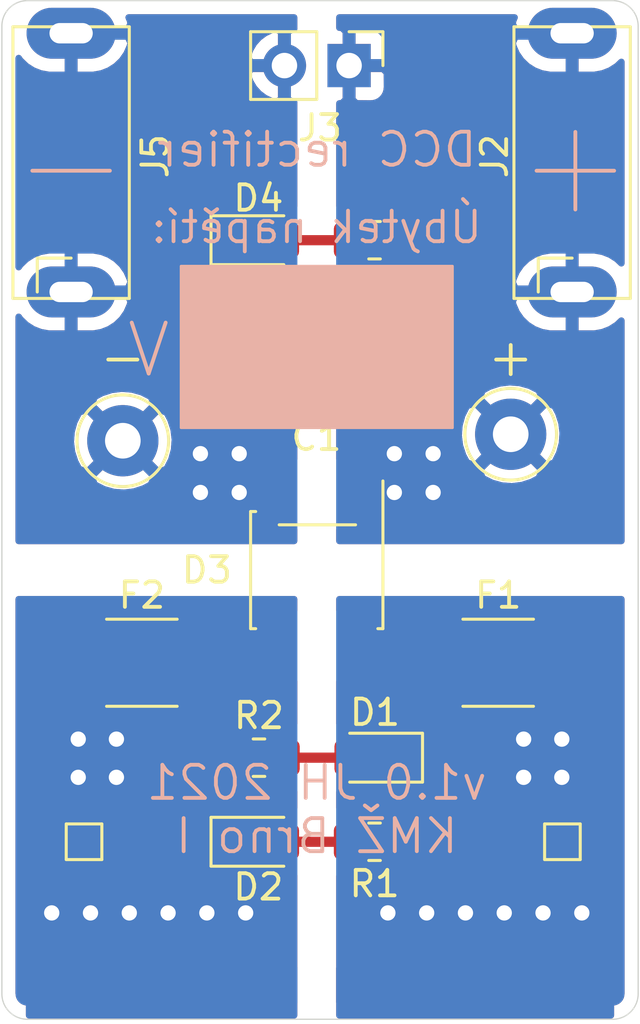
<source format=kicad_pcb>
(kicad_pcb (version 20171130) (host pcbnew 5.1.9+dfsg1-1)

  (general
    (thickness 1.6)
    (drawings 21)
    (tracks 35)
    (zones 0)
    (modules 18)
    (nets 10)
  )

  (page A4)
  (layers
    (0 F.Cu signal)
    (31 B.Cu signal)
    (32 B.Adhes user)
    (33 F.Adhes user)
    (34 B.Paste user)
    (35 F.Paste user)
    (36 B.SilkS user)
    (37 F.SilkS user)
    (38 B.Mask user)
    (39 F.Mask user)
    (40 Dwgs.User user)
    (41 Cmts.User user)
    (42 Eco1.User user)
    (43 Eco2.User user)
    (44 Edge.Cuts user)
    (45 Margin user)
    (46 B.CrtYd user)
    (47 F.CrtYd user)
    (48 B.Fab user)
    (49 F.Fab user hide)
  )

  (setup
    (last_trace_width 1)
    (user_trace_width 0.4)
    (user_trace_width 1)
    (trace_clearance 0.2)
    (zone_clearance 0.508)
    (zone_45_only no)
    (trace_min 0.2)
    (via_size 0.8)
    (via_drill 0.4)
    (via_min_size 0.4)
    (via_min_drill 0.3)
    (user_via 1 0.6)
    (uvia_size 0.3)
    (uvia_drill 0.1)
    (uvias_allowed no)
    (uvia_min_size 0.2)
    (uvia_min_drill 0.1)
    (edge_width 0.05)
    (segment_width 0.2)
    (pcb_text_width 0.3)
    (pcb_text_size 1.5 1.5)
    (mod_edge_width 0.12)
    (mod_text_size 1 1)
    (mod_text_width 0.15)
    (pad_size 1 1)
    (pad_drill 0)
    (pad_to_mask_clearance 0)
    (aux_axis_origin 0 0)
    (visible_elements FFFFFF7F)
    (pcbplotparams
      (layerselection 0x010fc_ffffffff)
      (usegerberextensions false)
      (usegerberattributes true)
      (usegerberadvancedattributes true)
      (creategerberjobfile true)
      (excludeedgelayer true)
      (linewidth 0.100000)
      (plotframeref false)
      (viasonmask false)
      (mode 1)
      (useauxorigin false)
      (hpglpennumber 1)
      (hpglpenspeed 20)
      (hpglpendiameter 15.000000)
      (psnegative false)
      (psa4output false)
      (plotreference true)
      (plotvalue true)
      (plotinvisibletext false)
      (padsonsilk false)
      (subtractmaskfromsilk false)
      (outputformat 1)
      (mirror false)
      (drillshape 1)
      (scaleselection 1)
      (outputdirectory ""))
  )

  (net 0 "")
  (net 1 GND)
  (net 2 VCC)
  (net 3 "Net-(D1-Pad2)")
  (net 4 /J)
  (net 5 "Net-(D2-Pad2)")
  (net 6 /K)
  (net 7 "Net-(D4-Pad2)")
  (net 8 "Net-(D3-Pad3)")
  (net 9 "Net-(D3-Pad4)")

  (net_class Default "This is the default net class."
    (clearance 0.2)
    (trace_width 0.25)
    (via_dia 0.8)
    (via_drill 0.4)
    (uvia_dia 0.3)
    (uvia_drill 0.1)
    (add_net /J)
    (add_net /K)
    (add_net GND)
    (add_net "Net-(D1-Pad2)")
    (add_net "Net-(D2-Pad2)")
    (add_net "Net-(D3-Pad3)")
    (add_net "Net-(D3-Pad4)")
    (add_net "Net-(D4-Pad2)")
    (add_net VCC)
  )

  (module Fuse:Fuse_1812_4532Metric_Pad1.30x3.40mm_HandSolder (layer F.Cu) (tedit 5F68FEF1) (tstamp 61BB4001)
    (at 175.5 106)
    (descr "Fuse SMD 1812 (4532 Metric), square (rectangular) end terminal, IPC_7351 nominal with elongated pad for handsoldering. (Body size source: https://www.nikhef.nl/pub/departments/mt/projects/detectorR_D/dtddice/ERJ2G.pdf), generated with kicad-footprint-generator")
    (tags "fuse handsolder")
    (path /61BB8D6E)
    (attr smd)
    (fp_text reference F2 (at 0 -2.65) (layer F.SilkS)
      (effects (font (size 1 1) (thickness 0.15)))
    )
    (fp_text value 500mA (at 0 2.65) (layer F.Fab)
      (effects (font (size 1 1) (thickness 0.15)))
    )
    (fp_text user %R (at 0 0) (layer F.Fab)
      (effects (font (size 1 1) (thickness 0.15)))
    )
    (fp_line (start -2.25 1.6) (end -2.25 -1.6) (layer F.Fab) (width 0.1))
    (fp_line (start -2.25 -1.6) (end 2.25 -1.6) (layer F.Fab) (width 0.1))
    (fp_line (start 2.25 -1.6) (end 2.25 1.6) (layer F.Fab) (width 0.1))
    (fp_line (start 2.25 1.6) (end -2.25 1.6) (layer F.Fab) (width 0.1))
    (fp_line (start -1.386252 -1.71) (end 1.386252 -1.71) (layer F.SilkS) (width 0.12))
    (fp_line (start -1.386252 1.71) (end 1.386252 1.71) (layer F.SilkS) (width 0.12))
    (fp_line (start -3.12 1.95) (end -3.12 -1.95) (layer F.CrtYd) (width 0.05))
    (fp_line (start -3.12 -1.95) (end 3.12 -1.95) (layer F.CrtYd) (width 0.05))
    (fp_line (start 3.12 -1.95) (end 3.12 1.95) (layer F.CrtYd) (width 0.05))
    (fp_line (start 3.12 1.95) (end -3.12 1.95) (layer F.CrtYd) (width 0.05))
    (pad 2 smd roundrect (at 2.225 0) (size 1.3 3.4) (layers F.Cu F.Paste F.Mask) (roundrect_rratio 0.192308)
      (net 8 "Net-(D3-Pad3)"))
    (pad 1 smd roundrect (at -2.225 0) (size 1.3 3.4) (layers F.Cu F.Paste F.Mask) (roundrect_rratio 0.192308)
      (net 6 /K))
    (model ${KISYS3DMOD}/Fuse.3dshapes/Fuse_1812_4532Metric.wrl
      (at (xyz 0 0 0))
      (scale (xyz 1 1 1))
      (rotate (xyz 0 0 0))
    )
  )

  (module Fuse:Fuse_1812_4532Metric_Pad1.30x3.40mm_HandSolder (layer F.Cu) (tedit 5F68FEF1) (tstamp 61BB3FF0)
    (at 189.5 106)
    (descr "Fuse SMD 1812 (4532 Metric), square (rectangular) end terminal, IPC_7351 nominal with elongated pad for handsoldering. (Body size source: https://www.nikhef.nl/pub/departments/mt/projects/detectorR_D/dtddice/ERJ2G.pdf), generated with kicad-footprint-generator")
    (tags "fuse handsolder")
    (path /61BB8520)
    (attr smd)
    (fp_text reference F1 (at 0 -2.65) (layer F.SilkS)
      (effects (font (size 1 1) (thickness 0.15)))
    )
    (fp_text value 500mA (at 0 2.65) (layer F.Fab)
      (effects (font (size 1 1) (thickness 0.15)))
    )
    (fp_text user %R (at 0 0) (layer F.Fab)
      (effects (font (size 1 1) (thickness 0.15)))
    )
    (fp_line (start -2.25 1.6) (end -2.25 -1.6) (layer F.Fab) (width 0.1))
    (fp_line (start -2.25 -1.6) (end 2.25 -1.6) (layer F.Fab) (width 0.1))
    (fp_line (start 2.25 -1.6) (end 2.25 1.6) (layer F.Fab) (width 0.1))
    (fp_line (start 2.25 1.6) (end -2.25 1.6) (layer F.Fab) (width 0.1))
    (fp_line (start -1.386252 -1.71) (end 1.386252 -1.71) (layer F.SilkS) (width 0.12))
    (fp_line (start -1.386252 1.71) (end 1.386252 1.71) (layer F.SilkS) (width 0.12))
    (fp_line (start -3.12 1.95) (end -3.12 -1.95) (layer F.CrtYd) (width 0.05))
    (fp_line (start -3.12 -1.95) (end 3.12 -1.95) (layer F.CrtYd) (width 0.05))
    (fp_line (start 3.12 -1.95) (end 3.12 1.95) (layer F.CrtYd) (width 0.05))
    (fp_line (start 3.12 1.95) (end -3.12 1.95) (layer F.CrtYd) (width 0.05))
    (pad 2 smd roundrect (at 2.225 0) (size 1.3 3.4) (layers F.Cu F.Paste F.Mask) (roundrect_rratio 0.192308)
      (net 4 /J))
    (pad 1 smd roundrect (at -2.225 0) (size 1.3 3.4) (layers F.Cu F.Paste F.Mask) (roundrect_rratio 0.192308)
      (net 9 "Net-(D3-Pad4)"))
    (model ${KISYS3DMOD}/Fuse.3dshapes/Fuse_1812_4532Metric.wrl
      (at (xyz 0 0 0))
      (scale (xyz 1 1 1))
      (rotate (xyz 0 0 0))
    )
  )

  (module track-rectifier:MPB1 (layer F.Cu) (tedit 61AFB4BD) (tstamp 61B01FB8)
    (at 172.72 91.44 90)
    (path /61ABAC0B)
    (fp_text reference J5 (at 5.334 3.302 90) (layer F.SilkS)
      (effects (font (size 1 1) (thickness 0.15)))
    )
    (fp_text value MPB1 (at 5.334 3.302 90) (layer F.Fab)
      (effects (font (size 1 1) (thickness 0.15)))
    )
    (fp_line (start 0 -1.33) (end 1.33 -1.33) (layer F.SilkS) (width 0.12))
    (fp_line (start 0.635 -1.27) (end 1.27 -0.635) (layer F.Fab) (width 0.1))
    (fp_line (start 0 -2.032) (end 10.16 -2.032) (layer F.Fab) (width 0.1))
    (fp_line (start 10.414 -2.286) (end 10.414 2.286) (layer F.SilkS) (width 0.12))
    (fp_line (start -0.254 -2.286) (end 10.414 -2.286) (layer F.SilkS) (width 0.12))
    (fp_line (start 10.16 2.032) (end 0 2.032) (layer F.Fab) (width 0.1))
    (fp_line (start 11.43 -2.286) (end 11.43 2.286) (layer F.CrtYd) (width 0.05))
    (fp_line (start 10.16 -2.032) (end 10.16 2.032) (layer F.Fab) (width 0.1))
    (fp_line (start 1.33 -1.33) (end 1.33 0) (layer F.SilkS) (width 0.12))
    (fp_line (start 11.43 2.286) (end -1.27 2.286) (layer F.CrtYd) (width 0.05))
    (fp_line (start -1.27 -2.286) (end 11.43 -2.286) (layer F.CrtYd) (width 0.05))
    (fp_line (start -0.254 -2.286) (end -0.254 2.286) (layer F.SilkS) (width 0.12))
    (fp_line (start 0 2.032) (end 0 -2.032) (layer F.Fab) (width 0.1))
    (fp_line (start -0.254 2.286) (end 10.414 2.286) (layer F.SilkS) (width 0.12))
    (fp_line (start -1.27 2.286) (end -1.27 -2.286) (layer F.CrtYd) (width 0.05))
    (pad 1 thru_hole oval (at 10.16 0 90) (size 2 3.5) (drill oval 0.8 1.7) (layers *.Cu *.Mask)
      (net 1 GND))
    (pad 1 thru_hole oval (at 0 0 90) (size 2 3.5) (drill oval 0.8 1.7) (layers *.Cu *.Mask)
      (net 1 GND))
  )

  (module TestPoint:TestPoint_Pad_1.0x1.0mm (layer F.Cu) (tedit 61AFC04A) (tstamp 61B01FA3)
    (at 173.228 113.03)
    (descr "SMD rectangular pad as test Point, square 1.0mm side length")
    (tags "test point SMD pad rectangle square")
    (path /61AC045E)
    (attr virtual)
    (fp_text reference J4 (at 0 -1.448) (layer F.SilkS) hide
      (effects (font (size 1 1) (thickness 0.15)))
    )
    (fp_text value PAD (at 0 1.55) (layer F.Fab)
      (effects (font (size 1 1) (thickness 0.15)))
    )
    (fp_line (start 1 1) (end -1 1) (layer F.CrtYd) (width 0.05))
    (fp_line (start 1 1) (end 1 -1) (layer F.CrtYd) (width 0.05))
    (fp_line (start -1 -1) (end -1 1) (layer F.CrtYd) (width 0.05))
    (fp_line (start -1 -1) (end 1 -1) (layer F.CrtYd) (width 0.05))
    (fp_line (start -0.7 0.7) (end -0.7 -0.7) (layer F.SilkS) (width 0.12))
    (fp_line (start 0.7 0.7) (end -0.7 0.7) (layer F.SilkS) (width 0.12))
    (fp_line (start 0.7 -0.7) (end 0.7 0.7) (layer F.SilkS) (width 0.12))
    (fp_line (start -0.7 -0.7) (end 0.7 -0.7) (layer F.SilkS) (width 0.12))
    (fp_text user %R (at 0 -1.45) (layer F.Fab)
      (effects (font (size 1 1) (thickness 0.15)))
    )
    (pad 1 smd rect (at 0 0) (size 1 1) (layers F.Cu F.Mask)
      (net 6 /K) (zone_connect 2))
  )

  (module track-rectifier:MPB1 (layer F.Cu) (tedit 61AFB4BD) (tstamp 61B0218F)
    (at 192.405 91.44 90)
    (path /61ABA3D2)
    (fp_text reference J2 (at 5.334 -3.048 90) (layer F.SilkS)
      (effects (font (size 1 1) (thickness 0.15)))
    )
    (fp_text value MPB1 (at 5.334 3.302 90) (layer F.Fab)
      (effects (font (size 1 1) (thickness 0.15)))
    )
    (fp_line (start 0 -1.33) (end 1.33 -1.33) (layer F.SilkS) (width 0.12))
    (fp_line (start 0.635 -1.27) (end 1.27 -0.635) (layer F.Fab) (width 0.1))
    (fp_line (start 0 -2.032) (end 10.16 -2.032) (layer F.Fab) (width 0.1))
    (fp_line (start 10.414 -2.286) (end 10.414 2.286) (layer F.SilkS) (width 0.12))
    (fp_line (start -0.254 -2.286) (end 10.414 -2.286) (layer F.SilkS) (width 0.12))
    (fp_line (start 10.16 2.032) (end 0 2.032) (layer F.Fab) (width 0.1))
    (fp_line (start 11.43 -2.286) (end 11.43 2.286) (layer F.CrtYd) (width 0.05))
    (fp_line (start 10.16 -2.032) (end 10.16 2.032) (layer F.Fab) (width 0.1))
    (fp_line (start 1.33 -1.33) (end 1.33 0) (layer F.SilkS) (width 0.12))
    (fp_line (start 11.43 2.286) (end -1.27 2.286) (layer F.CrtYd) (width 0.05))
    (fp_line (start -1.27 -2.286) (end 11.43 -2.286) (layer F.CrtYd) (width 0.05))
    (fp_line (start -0.254 -2.286) (end -0.254 2.286) (layer F.SilkS) (width 0.12))
    (fp_line (start 0 2.032) (end 0 -2.032) (layer F.Fab) (width 0.1))
    (fp_line (start -0.254 2.286) (end 10.414 2.286) (layer F.SilkS) (width 0.12))
    (fp_line (start -1.27 2.286) (end -1.27 -2.286) (layer F.CrtYd) (width 0.05))
    (pad 1 thru_hole oval (at 10.16 0 90) (size 2 3.5) (drill oval 0.8 1.7) (layers *.Cu *.Mask)
      (net 2 VCC))
    (pad 1 thru_hole oval (at 0 0 90) (size 2 3.5) (drill oval 0.8 1.7) (layers *.Cu *.Mask)
      (net 2 VCC))
  )

  (module TestPoint:TestPoint_Pad_1.0x1.0mm (layer F.Cu) (tedit 61AFC074) (tstamp 61B01F56)
    (at 192.024 113.03)
    (descr "SMD rectangular pad as test Point, square 1.0mm side length")
    (tags "test point SMD pad rectangle square")
    (path /61ABB7AC)
    (attr virtual)
    (fp_text reference J1 (at 0 -1.448) (layer F.SilkS) hide
      (effects (font (size 1 1) (thickness 0.15)))
    )
    (fp_text value PAD (at 0 1.55) (layer F.Fab)
      (effects (font (size 1 1) (thickness 0.15)))
    )
    (fp_line (start 1 1) (end -1 1) (layer F.CrtYd) (width 0.05))
    (fp_line (start 1 1) (end 1 -1) (layer F.CrtYd) (width 0.05))
    (fp_line (start -1 -1) (end -1 1) (layer F.CrtYd) (width 0.05))
    (fp_line (start -1 -1) (end 1 -1) (layer F.CrtYd) (width 0.05))
    (fp_line (start -0.7 0.7) (end -0.7 -0.7) (layer F.SilkS) (width 0.12))
    (fp_line (start 0.7 0.7) (end -0.7 0.7) (layer F.SilkS) (width 0.12))
    (fp_line (start 0.7 -0.7) (end 0.7 0.7) (layer F.SilkS) (width 0.12))
    (fp_line (start -0.7 -0.7) (end 0.7 -0.7) (layer F.SilkS) (width 0.12))
    (fp_text user %R (at 0 -1.45) (layer F.Fab)
      (effects (font (size 1 1) (thickness 0.15)))
    )
    (pad 1 smd rect (at 0 0) (size 1 1) (layers F.Cu F.Mask)
      (net 4 /J) (zone_connect 2))
  )

  (module track-rectifier:S250 (layer F.Cu) (tedit 61AFB162) (tstamp 61A94308)
    (at 182.372 102.362 270)
    (path /61A94E2E)
    (fp_text reference D3 (at 0 4.318 180) (layer F.SilkS)
      (effects (font (size 1 1) (thickness 0.15)))
    )
    (fp_text value S250 (at 0 -3.556 90) (layer F.Fab)
      (effects (font (size 1 1) (thickness 0.15)))
    )
    (fp_line (start 4.064 2.75) (end -4.064 2.75) (layer F.CrtYd) (width 0.05))
    (fp_line (start 2.3 2.6) (end -2.3 2.6) (layer F.SilkS) (width 0.12))
    (fp_line (start 2.3 -2.6) (end -3.5 -2.6) (layer F.SilkS) (width 0.12))
    (fp_line (start -1.8 -2.5) (end -2.2 -2) (layer F.Fab) (width 0.12))
    (fp_line (start 2.3 -2.4) (end 2.3 -2.6) (layer F.SilkS) (width 0.12))
    (fp_line (start 2.3 2.4) (end 2.3 2.6) (layer F.SilkS) (width 0.12))
    (fp_line (start -1.778 1.476) (end -1.778 -1.524) (layer F.SilkS) (width 0.12))
    (fp_line (start 2.2 -2.5) (end -1.8 -2.5) (layer F.Fab) (width 0.12))
    (fp_line (start -2.2 2.5) (end 2.2 2.5) (layer F.Fab) (width 0.12))
    (fp_line (start -2.2 -2) (end -2.2 2.5) (layer F.Fab) (width 0.12))
    (fp_line (start 2.2 2.5) (end 2.2 -2.5) (layer F.Fab) (width 0.12))
    (fp_line (start -4.064 -2.75) (end 4.064 -2.75) (layer F.CrtYd) (width 0.05))
    (fp_line (start -2.3 2.6) (end -2.3 2.4) (layer F.SilkS) (width 0.12))
    (fp_line (start 4.064 2.75) (end 4.064 -2.75) (layer F.CrtYd) (width 0.05))
    (fp_line (start -4.064 -2.75) (end -4.064 2.75) (layer F.CrtYd) (width 0.05))
    (pad 2 smd rect (at -2.975 1.27 270) (size 1.5 1) (layers F.Cu F.Paste F.Mask)
      (net 1 GND))
    (pad 3 smd rect (at 2.975 1.27 270) (size 1.5 1) (layers F.Cu F.Paste F.Mask)
      (net 8 "Net-(D3-Pad3)"))
    (pad 1 smd rect (at -2.975 -1.27 270) (size 1.5 1) (layers F.Cu F.Paste F.Mask)
      (net 2 VCC))
    (pad 4 smd rect (at 2.975 -1.27 270) (size 1.5 1) (layers F.Cu F.Paste F.Mask)
      (net 9 "Net-(D3-Pad4)"))
  )

  (module TestPoint:TestPoint_Loop_D3.50mm_Drill1.4mm_Beaded (layer F.Cu) (tedit 5A0F774F) (tstamp 61A9438F)
    (at 174.752 97.282)
    (descr "wire loop with bead as test point, loop diameter 3.5mm, hole diameter 1.4mm")
    (tags "test point wire loop bead")
    (path /61AB974C)
    (fp_text reference TP2 (at 0.7 2.5) (layer F.SilkS) hide
      (effects (font (size 1 1) (thickness 0.15)))
    )
    (fp_text value TestPoint_Probe (at 0 -2.8) (layer F.Fab)
      (effects (font (size 1 1) (thickness 0.15)))
    )
    (fp_line (start -1.6 -0.3) (end -1.6 0.3) (layer F.Fab) (width 0.12))
    (fp_line (start -1.6 0.3) (end 1.6 0.3) (layer F.Fab) (width 0.12))
    (fp_line (start 1.6 0.3) (end 1.6 -0.3) (layer F.Fab) (width 0.12))
    (fp_line (start 1.6 -0.3) (end -1.6 -0.3) (layer F.Fab) (width 0.12))
    (fp_circle (center 0 0) (end 2.1 0) (layer F.CrtYd) (width 0.05))
    (fp_circle (center 0 0) (end 1.8 0) (layer F.SilkS) (width 0.12))
    (fp_circle (center 0 0) (end 1.5 0) (layer F.Fab) (width 0.12))
    (fp_text user %R (at 0.7 2.5) (layer F.Fab)
      (effects (font (size 1 1) (thickness 0.15)))
    )
    (pad 1 thru_hole circle (at 0 0) (size 2.8 2.8) (drill 1.4) (layers *.Cu *.Mask)
      (net 1 GND))
    (model ${KISYS3DMOD}/TestPoint.3dshapes/TestPoint_Loop_D3.50mm_Drill1.4mm_Beaded.wrl
      (at (xyz 0 0 0))
      (scale (xyz 1 1 1))
      (rotate (xyz 0 0 0))
    )
  )

  (module TestPoint:TestPoint_Loop_D3.50mm_Drill1.4mm_Beaded (layer F.Cu) (tedit 5A0F774F) (tstamp 61A94382)
    (at 189.992 97.028)
    (descr "wire loop with bead as test point, loop diameter 3.5mm, hole diameter 1.4mm")
    (tags "test point wire loop bead")
    (path /61AB8D76)
    (fp_text reference TP1 (at 0.7 2.5) (layer F.SilkS) hide
      (effects (font (size 1 1) (thickness 0.15)))
    )
    (fp_text value TestPoint_Probe (at 0 -2.8) (layer F.Fab)
      (effects (font (size 1 1) (thickness 0.15)))
    )
    (fp_line (start -1.6 -0.3) (end -1.6 0.3) (layer F.Fab) (width 0.12))
    (fp_line (start -1.6 0.3) (end 1.6 0.3) (layer F.Fab) (width 0.12))
    (fp_line (start 1.6 0.3) (end 1.6 -0.3) (layer F.Fab) (width 0.12))
    (fp_line (start 1.6 -0.3) (end -1.6 -0.3) (layer F.Fab) (width 0.12))
    (fp_circle (center 0 0) (end 2.1 0) (layer F.CrtYd) (width 0.05))
    (fp_circle (center 0 0) (end 1.8 0) (layer F.SilkS) (width 0.12))
    (fp_circle (center 0 0) (end 1.5 0) (layer F.Fab) (width 0.12))
    (fp_text user %R (at 0.7 2.5) (layer F.Fab)
      (effects (font (size 1 1) (thickness 0.15)))
    )
    (pad 1 thru_hole circle (at 0 0) (size 2.8 2.8) (drill 1.4) (layers *.Cu *.Mask)
      (net 2 VCC))
    (model ${KISYS3DMOD}/TestPoint.3dshapes/TestPoint_Loop_D3.50mm_Drill1.4mm_Beaded.wrl
      (at (xyz 0 0 0))
      (scale (xyz 1 1 1))
      (rotate (xyz 0 0 0))
    )
  )

  (module Resistor_SMD:R_0805_2012Metric_Pad1.20x1.40mm_HandSolder (layer F.Cu) (tedit 5F68FEEE) (tstamp 61A94375)
    (at 182.372 92.202 180)
    (descr "Resistor SMD 0805 (2012 Metric), square (rectangular) end terminal, IPC_7351 nominal with elongated pad for handsoldering. (Body size source: IPC-SM-782 page 72, https://www.pcb-3d.com/wordpress/wp-content/uploads/ipc-sm-782a_amendment_1_and_2.pdf), generated with kicad-footprint-generator")
    (tags "resistor handsolder")
    (path /61A985FA)
    (attr smd)
    (fp_text reference R4 (at 0 -1.65) (layer F.SilkS)
      (effects (font (size 1 1) (thickness 0.15)))
    )
    (fp_text value R (at 0 1.65) (layer F.Fab)
      (effects (font (size 1 1) (thickness 0.15)))
    )
    (fp_line (start -1 0.625) (end -1 -0.625) (layer F.Fab) (width 0.1))
    (fp_line (start -1 -0.625) (end 1 -0.625) (layer F.Fab) (width 0.1))
    (fp_line (start 1 -0.625) (end 1 0.625) (layer F.Fab) (width 0.1))
    (fp_line (start 1 0.625) (end -1 0.625) (layer F.Fab) (width 0.1))
    (fp_line (start -0.227064 -0.735) (end 0.227064 -0.735) (layer F.SilkS) (width 0.12))
    (fp_line (start -0.227064 0.735) (end 0.227064 0.735) (layer F.SilkS) (width 0.12))
    (fp_line (start -1.85 0.95) (end -1.85 -0.95) (layer F.CrtYd) (width 0.05))
    (fp_line (start -1.85 -0.95) (end 1.85 -0.95) (layer F.CrtYd) (width 0.05))
    (fp_line (start 1.85 -0.95) (end 1.85 0.95) (layer F.CrtYd) (width 0.05))
    (fp_line (start 1.85 0.95) (end -1.85 0.95) (layer F.CrtYd) (width 0.05))
    (fp_text user %R (at 0 0) (layer F.Fab)
      (effects (font (size 0.5 0.5) (thickness 0.08)))
    )
    (pad 2 smd roundrect (at 1 0 180) (size 1.2 1.4) (layers F.Cu F.Paste F.Mask) (roundrect_rratio 0.208333)
      (net 1 GND))
    (pad 1 smd roundrect (at -1 0 180) (size 1.2 1.4) (layers F.Cu F.Paste F.Mask) (roundrect_rratio 0.208333)
      (net 2 VCC))
    (model ${KISYS3DMOD}/Resistor_SMD.3dshapes/R_0805_2012Metric.wrl
      (at (xyz 0 0 0))
      (scale (xyz 1 1 1))
      (rotate (xyz 0 0 0))
    )
  )

  (module Resistor_SMD:R_0805_2012Metric_Pad1.20x1.40mm_HandSolder (layer F.Cu) (tedit 5F68FEEE) (tstamp 61B0298B)
    (at 184.642 89.408 180)
    (descr "Resistor SMD 0805 (2012 Metric), square (rectangular) end terminal, IPC_7351 nominal with elongated pad for handsoldering. (Body size source: IPC-SM-782 page 72, https://www.pcb-3d.com/wordpress/wp-content/uploads/ipc-sm-782a_amendment_1_and_2.pdf), generated with kicad-footprint-generator")
    (tags "resistor handsolder")
    (path /61AA5FD2)
    (attr smd)
    (fp_text reference R3 (at 0 -1.65) (layer F.SilkS)
      (effects (font (size 1 1) (thickness 0.15)))
    )
    (fp_text value 1k (at 0 1.65) (layer F.Fab)
      (effects (font (size 1 1) (thickness 0.15)))
    )
    (fp_line (start -1 0.625) (end -1 -0.625) (layer F.Fab) (width 0.1))
    (fp_line (start -1 -0.625) (end 1 -0.625) (layer F.Fab) (width 0.1))
    (fp_line (start 1 -0.625) (end 1 0.625) (layer F.Fab) (width 0.1))
    (fp_line (start 1 0.625) (end -1 0.625) (layer F.Fab) (width 0.1))
    (fp_line (start -0.227064 -0.735) (end 0.227064 -0.735) (layer F.SilkS) (width 0.12))
    (fp_line (start -0.227064 0.735) (end 0.227064 0.735) (layer F.SilkS) (width 0.12))
    (fp_line (start -1.85 0.95) (end -1.85 -0.95) (layer F.CrtYd) (width 0.05))
    (fp_line (start -1.85 -0.95) (end 1.85 -0.95) (layer F.CrtYd) (width 0.05))
    (fp_line (start 1.85 -0.95) (end 1.85 0.95) (layer F.CrtYd) (width 0.05))
    (fp_line (start 1.85 0.95) (end -1.85 0.95) (layer F.CrtYd) (width 0.05))
    (fp_text user %R (at 0 0) (layer F.Fab)
      (effects (font (size 0.5 0.5) (thickness 0.08)))
    )
    (pad 2 smd roundrect (at 1 0 180) (size 1.2 1.4) (layers F.Cu F.Paste F.Mask) (roundrect_rratio 0.208333)
      (net 7 "Net-(D4-Pad2)"))
    (pad 1 smd roundrect (at -1 0 180) (size 1.2 1.4) (layers F.Cu F.Paste F.Mask) (roundrect_rratio 0.208333)
      (net 2 VCC))
    (model ${KISYS3DMOD}/Resistor_SMD.3dshapes/R_0805_2012Metric.wrl
      (at (xyz 0 0 0))
      (scale (xyz 1 1 1))
      (rotate (xyz 0 0 0))
    )
  )

  (module Resistor_SMD:R_0805_2012Metric_Pad1.20x1.40mm_HandSolder (layer F.Cu) (tedit 5F68FEEE) (tstamp 61A94353)
    (at 180.102 109.728)
    (descr "Resistor SMD 0805 (2012 Metric), square (rectangular) end terminal, IPC_7351 nominal with elongated pad for handsoldering. (Body size source: IPC-SM-782 page 72, https://www.pcb-3d.com/wordpress/wp-content/uploads/ipc-sm-782a_amendment_1_and_2.pdf), generated with kicad-footprint-generator")
    (tags "resistor handsolder")
    (path /61AA251E)
    (attr smd)
    (fp_text reference R2 (at 0 -1.65) (layer F.SilkS)
      (effects (font (size 1 1) (thickness 0.15)))
    )
    (fp_text value 1k (at 0 1.65) (layer F.Fab)
      (effects (font (size 1 1) (thickness 0.15)))
    )
    (fp_line (start -1 0.625) (end -1 -0.625) (layer F.Fab) (width 0.1))
    (fp_line (start -1 -0.625) (end 1 -0.625) (layer F.Fab) (width 0.1))
    (fp_line (start 1 -0.625) (end 1 0.625) (layer F.Fab) (width 0.1))
    (fp_line (start 1 0.625) (end -1 0.625) (layer F.Fab) (width 0.1))
    (fp_line (start -0.227064 -0.735) (end 0.227064 -0.735) (layer F.SilkS) (width 0.12))
    (fp_line (start -0.227064 0.735) (end 0.227064 0.735) (layer F.SilkS) (width 0.12))
    (fp_line (start -1.85 0.95) (end -1.85 -0.95) (layer F.CrtYd) (width 0.05))
    (fp_line (start -1.85 -0.95) (end 1.85 -0.95) (layer F.CrtYd) (width 0.05))
    (fp_line (start 1.85 -0.95) (end 1.85 0.95) (layer F.CrtYd) (width 0.05))
    (fp_line (start 1.85 0.95) (end -1.85 0.95) (layer F.CrtYd) (width 0.05))
    (fp_text user %R (at 0 0) (layer F.Fab)
      (effects (font (size 0.5 0.5) (thickness 0.08)))
    )
    (pad 2 smd roundrect (at 1 0) (size 1.2 1.4) (layers F.Cu F.Paste F.Mask) (roundrect_rratio 0.208333)
      (net 3 "Net-(D1-Pad2)"))
    (pad 1 smd roundrect (at -1 0) (size 1.2 1.4) (layers F.Cu F.Paste F.Mask) (roundrect_rratio 0.208333)
      (net 6 /K))
    (model ${KISYS3DMOD}/Resistor_SMD.3dshapes/R_0805_2012Metric.wrl
      (at (xyz 0 0 0))
      (scale (xyz 1 1 1))
      (rotate (xyz 0 0 0))
    )
  )

  (module Resistor_SMD:R_0805_2012Metric_Pad1.20x1.40mm_HandSolder (layer F.Cu) (tedit 5F68FEEE) (tstamp 61A94342)
    (at 184.642 113.03 180)
    (descr "Resistor SMD 0805 (2012 Metric), square (rectangular) end terminal, IPC_7351 nominal with elongated pad for handsoldering. (Body size source: IPC-SM-782 page 72, https://www.pcb-3d.com/wordpress/wp-content/uploads/ipc-sm-782a_amendment_1_and_2.pdf), generated with kicad-footprint-generator")
    (tags "resistor handsolder")
    (path /61A95D17)
    (attr smd)
    (fp_text reference R1 (at 0 -1.65) (layer F.SilkS)
      (effects (font (size 1 1) (thickness 0.15)))
    )
    (fp_text value 1k (at 0 1.65) (layer F.Fab)
      (effects (font (size 1 1) (thickness 0.15)))
    )
    (fp_line (start -1 0.625) (end -1 -0.625) (layer F.Fab) (width 0.1))
    (fp_line (start -1 -0.625) (end 1 -0.625) (layer F.Fab) (width 0.1))
    (fp_line (start 1 -0.625) (end 1 0.625) (layer F.Fab) (width 0.1))
    (fp_line (start 1 0.625) (end -1 0.625) (layer F.Fab) (width 0.1))
    (fp_line (start -0.227064 -0.735) (end 0.227064 -0.735) (layer F.SilkS) (width 0.12))
    (fp_line (start -0.227064 0.735) (end 0.227064 0.735) (layer F.SilkS) (width 0.12))
    (fp_line (start -1.85 0.95) (end -1.85 -0.95) (layer F.CrtYd) (width 0.05))
    (fp_line (start -1.85 -0.95) (end 1.85 -0.95) (layer F.CrtYd) (width 0.05))
    (fp_line (start 1.85 -0.95) (end 1.85 0.95) (layer F.CrtYd) (width 0.05))
    (fp_line (start 1.85 0.95) (end -1.85 0.95) (layer F.CrtYd) (width 0.05))
    (fp_text user %R (at 0 0) (layer F.Fab)
      (effects (font (size 0.5 0.5) (thickness 0.08)))
    )
    (pad 2 smd roundrect (at 1 0 180) (size 1.2 1.4) (layers F.Cu F.Paste F.Mask) (roundrect_rratio 0.208333)
      (net 5 "Net-(D2-Pad2)"))
    (pad 1 smd roundrect (at -1 0 180) (size 1.2 1.4) (layers F.Cu F.Paste F.Mask) (roundrect_rratio 0.208333)
      (net 4 /J))
    (model ${KISYS3DMOD}/Resistor_SMD.3dshapes/R_0805_2012Metric.wrl
      (at (xyz 0 0 0))
      (scale (xyz 1 1 1))
      (rotate (xyz 0 0 0))
    )
  )

  (module Connector_PinHeader_2.54mm:PinHeader_1x02_P2.54mm_Vertical (layer F.Cu) (tedit 59FED5CC) (tstamp 61B029F6)
    (at 183.642 82.55 270)
    (descr "Through hole straight pin header, 1x02, 2.54mm pitch, single row")
    (tags "Through hole pin header THT 1x02 2.54mm single row")
    (path /61AC4EAC)
    (fp_text reference J3 (at 2.45 1.142 180) (layer F.SilkS)
      (effects (font (size 1 1) (thickness 0.15)))
    )
    (fp_text value Screw_Terminal_01x02 (at 0 4.87 90) (layer F.Fab)
      (effects (font (size 1 1) (thickness 0.15)))
    )
    (fp_line (start -0.635 -1.27) (end 1.27 -1.27) (layer F.Fab) (width 0.1))
    (fp_line (start 1.27 -1.27) (end 1.27 3.81) (layer F.Fab) (width 0.1))
    (fp_line (start 1.27 3.81) (end -1.27 3.81) (layer F.Fab) (width 0.1))
    (fp_line (start -1.27 3.81) (end -1.27 -0.635) (layer F.Fab) (width 0.1))
    (fp_line (start -1.27 -0.635) (end -0.635 -1.27) (layer F.Fab) (width 0.1))
    (fp_line (start -1.33 3.87) (end 1.33 3.87) (layer F.SilkS) (width 0.12))
    (fp_line (start -1.33 1.27) (end -1.33 3.87) (layer F.SilkS) (width 0.12))
    (fp_line (start 1.33 1.27) (end 1.33 3.87) (layer F.SilkS) (width 0.12))
    (fp_line (start -1.33 1.27) (end 1.33 1.27) (layer F.SilkS) (width 0.12))
    (fp_line (start -1.33 0) (end -1.33 -1.33) (layer F.SilkS) (width 0.12))
    (fp_line (start -1.33 -1.33) (end 0 -1.33) (layer F.SilkS) (width 0.12))
    (fp_line (start -1.8 -1.8) (end -1.8 4.35) (layer F.CrtYd) (width 0.05))
    (fp_line (start -1.8 4.35) (end 1.8 4.35) (layer F.CrtYd) (width 0.05))
    (fp_line (start 1.8 4.35) (end 1.8 -1.8) (layer F.CrtYd) (width 0.05))
    (fp_line (start 1.8 -1.8) (end -1.8 -1.8) (layer F.CrtYd) (width 0.05))
    (fp_text user %R (at 0 1.27) (layer F.Fab)
      (effects (font (size 1 1) (thickness 0.15)))
    )
    (pad 2 thru_hole oval (at 0 2.54 270) (size 1.7 1.7) (drill 1) (layers *.Cu *.Mask)
      (net 1 GND))
    (pad 1 thru_hole rect (at 0 0 270) (size 1.7 1.7) (drill 1) (layers *.Cu *.Mask)
      (net 2 VCC))
    (model ${KISYS3DMOD}/Connector_PinHeader_2.54mm.3dshapes/PinHeader_1x02_P2.54mm_Vertical.wrl
      (at (xyz 0 0 0))
      (scale (xyz 1 1 1))
      (rotate (xyz 0 0 0))
    )
  )

  (module LED_SMD:LED_0805_2012Metric_Pad1.15x1.40mm_HandSolder (layer F.Cu) (tedit 5F68FEF1) (tstamp 61B029BD)
    (at 180.077 89.408)
    (descr "LED SMD 0805 (2012 Metric), square (rectangular) end terminal, IPC_7351 nominal, (Body size source: https://docs.google.com/spreadsheets/d/1BsfQQcO9C6DZCsRaXUlFlo91Tg2WpOkGARC1WS5S8t0/edit?usp=sharing), generated with kicad-footprint-generator")
    (tags "LED handsolder")
    (path /61A9716E)
    (attr smd)
    (fp_text reference D4 (at 0 -1.65) (layer F.SilkS)
      (effects (font (size 1 1) (thickness 0.15)))
    )
    (fp_text value LED (at 0 1.65) (layer F.Fab)
      (effects (font (size 1 1) (thickness 0.15)))
    )
    (fp_line (start 1 -0.6) (end -0.7 -0.6) (layer F.Fab) (width 0.1))
    (fp_line (start -0.7 -0.6) (end -1 -0.3) (layer F.Fab) (width 0.1))
    (fp_line (start -1 -0.3) (end -1 0.6) (layer F.Fab) (width 0.1))
    (fp_line (start -1 0.6) (end 1 0.6) (layer F.Fab) (width 0.1))
    (fp_line (start 1 0.6) (end 1 -0.6) (layer F.Fab) (width 0.1))
    (fp_line (start 1 -0.96) (end -1.86 -0.96) (layer F.SilkS) (width 0.12))
    (fp_line (start -1.86 -0.96) (end -1.86 0.96) (layer F.SilkS) (width 0.12))
    (fp_line (start -1.86 0.96) (end 1 0.96) (layer F.SilkS) (width 0.12))
    (fp_line (start -1.85 0.95) (end -1.85 -0.95) (layer F.CrtYd) (width 0.05))
    (fp_line (start -1.85 -0.95) (end 1.85 -0.95) (layer F.CrtYd) (width 0.05))
    (fp_line (start 1.85 -0.95) (end 1.85 0.95) (layer F.CrtYd) (width 0.05))
    (fp_line (start 1.85 0.95) (end -1.85 0.95) (layer F.CrtYd) (width 0.05))
    (fp_text user %R (at 0 0) (layer F.Fab)
      (effects (font (size 0.5 0.5) (thickness 0.08)))
    )
    (pad 2 smd roundrect (at 1.025 0) (size 1.15 1.4) (layers F.Cu F.Paste F.Mask) (roundrect_rratio 0.217391)
      (net 7 "Net-(D4-Pad2)"))
    (pad 1 smd roundrect (at -1.025 0) (size 1.15 1.4) (layers F.Cu F.Paste F.Mask) (roundrect_rratio 0.217391)
      (net 1 GND))
    (model ${KISYS3DMOD}/LED_SMD.3dshapes/LED_0805_2012Metric.wrl
      (at (xyz 0 0 0))
      (scale (xyz 1 1 1))
      (rotate (xyz 0 0 0))
    )
  )

  (module LED_SMD:LED_0805_2012Metric_Pad1.15x1.40mm_HandSolder (layer F.Cu) (tedit 5F68FEF1) (tstamp 61A942EB)
    (at 180.077 113.03)
    (descr "LED SMD 0805 (2012 Metric), square (rectangular) end terminal, IPC_7351 nominal, (Body size source: https://docs.google.com/spreadsheets/d/1BsfQQcO9C6DZCsRaXUlFlo91Tg2WpOkGARC1WS5S8t0/edit?usp=sharing), generated with kicad-footprint-generator")
    (tags "LED handsolder")
    (path /61A9F073)
    (attr smd)
    (fp_text reference D2 (at 0 1.778) (layer F.SilkS)
      (effects (font (size 1 1) (thickness 0.15)))
    )
    (fp_text value LED (at 0 1.65) (layer F.Fab)
      (effects (font (size 1 1) (thickness 0.15)))
    )
    (fp_line (start 1 -0.6) (end -0.7 -0.6) (layer F.Fab) (width 0.1))
    (fp_line (start -0.7 -0.6) (end -1 -0.3) (layer F.Fab) (width 0.1))
    (fp_line (start -1 -0.3) (end -1 0.6) (layer F.Fab) (width 0.1))
    (fp_line (start -1 0.6) (end 1 0.6) (layer F.Fab) (width 0.1))
    (fp_line (start 1 0.6) (end 1 -0.6) (layer F.Fab) (width 0.1))
    (fp_line (start 1 -0.96) (end -1.86 -0.96) (layer F.SilkS) (width 0.12))
    (fp_line (start -1.86 -0.96) (end -1.86 0.96) (layer F.SilkS) (width 0.12))
    (fp_line (start -1.86 0.96) (end 1 0.96) (layer F.SilkS) (width 0.12))
    (fp_line (start -1.85 0.95) (end -1.85 -0.95) (layer F.CrtYd) (width 0.05))
    (fp_line (start -1.85 -0.95) (end 1.85 -0.95) (layer F.CrtYd) (width 0.05))
    (fp_line (start 1.85 -0.95) (end 1.85 0.95) (layer F.CrtYd) (width 0.05))
    (fp_line (start 1.85 0.95) (end -1.85 0.95) (layer F.CrtYd) (width 0.05))
    (fp_text user %R (at 0 0) (layer F.Fab)
      (effects (font (size 0.5 0.5) (thickness 0.08)))
    )
    (pad 2 smd roundrect (at 1.025 0) (size 1.15 1.4) (layers F.Cu F.Paste F.Mask) (roundrect_rratio 0.217391)
      (net 5 "Net-(D2-Pad2)"))
    (pad 1 smd roundrect (at -1.025 0) (size 1.15 1.4) (layers F.Cu F.Paste F.Mask) (roundrect_rratio 0.217391)
      (net 6 /K))
    (model ${KISYS3DMOD}/LED_SMD.3dshapes/LED_0805_2012Metric.wrl
      (at (xyz 0 0 0))
      (scale (xyz 1 1 1))
      (rotate (xyz 0 0 0))
    )
  )

  (module LED_SMD:LED_0805_2012Metric_Pad1.15x1.40mm_HandSolder (layer F.Cu) (tedit 5F68FEF1) (tstamp 61A942D8)
    (at 184.667 109.728 180)
    (descr "LED SMD 0805 (2012 Metric), square (rectangular) end terminal, IPC_7351 nominal, (Body size source: https://docs.google.com/spreadsheets/d/1BsfQQcO9C6DZCsRaXUlFlo91Tg2WpOkGARC1WS5S8t0/edit?usp=sharing), generated with kicad-footprint-generator")
    (tags "LED handsolder")
    (path /61AA2524)
    (attr smd)
    (fp_text reference D1 (at 0.009 1.778) (layer F.SilkS)
      (effects (font (size 1 1) (thickness 0.15)))
    )
    (fp_text value LED (at 0 1.65) (layer F.Fab)
      (effects (font (size 1 1) (thickness 0.15)))
    )
    (fp_line (start 1 -0.6) (end -0.7 -0.6) (layer F.Fab) (width 0.1))
    (fp_line (start -0.7 -0.6) (end -1 -0.3) (layer F.Fab) (width 0.1))
    (fp_line (start -1 -0.3) (end -1 0.6) (layer F.Fab) (width 0.1))
    (fp_line (start -1 0.6) (end 1 0.6) (layer F.Fab) (width 0.1))
    (fp_line (start 1 0.6) (end 1 -0.6) (layer F.Fab) (width 0.1))
    (fp_line (start 1 -0.96) (end -1.86 -0.96) (layer F.SilkS) (width 0.12))
    (fp_line (start -1.86 -0.96) (end -1.86 0.96) (layer F.SilkS) (width 0.12))
    (fp_line (start -1.86 0.96) (end 1 0.96) (layer F.SilkS) (width 0.12))
    (fp_line (start -1.85 0.95) (end -1.85 -0.95) (layer F.CrtYd) (width 0.05))
    (fp_line (start -1.85 -0.95) (end 1.85 -0.95) (layer F.CrtYd) (width 0.05))
    (fp_line (start 1.85 -0.95) (end 1.85 0.95) (layer F.CrtYd) (width 0.05))
    (fp_line (start 1.85 0.95) (end -1.85 0.95) (layer F.CrtYd) (width 0.05))
    (fp_text user %R (at 0 0) (layer F.Fab)
      (effects (font (size 0.5 0.5) (thickness 0.08)))
    )
    (pad 2 smd roundrect (at 1.025 0 180) (size 1.15 1.4) (layers F.Cu F.Paste F.Mask) (roundrect_rratio 0.217391)
      (net 3 "Net-(D1-Pad2)"))
    (pad 1 smd roundrect (at -1.025 0 180) (size 1.15 1.4) (layers F.Cu F.Paste F.Mask) (roundrect_rratio 0.217391)
      (net 4 /J))
    (model ${KISYS3DMOD}/LED_SMD.3dshapes/LED_0805_2012Metric.wrl
      (at (xyz 0 0 0))
      (scale (xyz 1 1 1))
      (rotate (xyz 0 0 0))
    )
  )

  (module Resistor_SMD:R_0805_2012Metric_Pad1.20x1.40mm_HandSolder (layer F.Cu) (tedit 5F68FEEE) (tstamp 61B02543)
    (at 182.356 95.504 180)
    (descr "Resistor SMD 0805 (2012 Metric), square (rectangular) end terminal, IPC_7351 nominal with elongated pad for handsoldering. (Body size source: IPC-SM-782 page 72, https://www.pcb-3d.com/wordpress/wp-content/uploads/ipc-sm-782a_amendment_1_and_2.pdf), generated with kicad-footprint-generator")
    (tags "resistor handsolder")
    (path /61A97691)
    (attr smd)
    (fp_text reference C1 (at 0 -1.65) (layer F.SilkS)
      (effects (font (size 1 1) (thickness 0.15)))
    )
    (fp_text value 100n (at 0 1.65) (layer F.Fab)
      (effects (font (size 1 1) (thickness 0.15)))
    )
    (fp_line (start -1 0.625) (end -1 -0.625) (layer F.Fab) (width 0.1))
    (fp_line (start -1 -0.625) (end 1 -0.625) (layer F.Fab) (width 0.1))
    (fp_line (start 1 -0.625) (end 1 0.625) (layer F.Fab) (width 0.1))
    (fp_line (start 1 0.625) (end -1 0.625) (layer F.Fab) (width 0.1))
    (fp_line (start -0.227064 -0.735) (end 0.227064 -0.735) (layer F.SilkS) (width 0.12))
    (fp_line (start -0.227064 0.735) (end 0.227064 0.735) (layer F.SilkS) (width 0.12))
    (fp_line (start -1.85 0.95) (end -1.85 -0.95) (layer F.CrtYd) (width 0.05))
    (fp_line (start -1.85 -0.95) (end 1.85 -0.95) (layer F.CrtYd) (width 0.05))
    (fp_line (start 1.85 -0.95) (end 1.85 0.95) (layer F.CrtYd) (width 0.05))
    (fp_line (start 1.85 0.95) (end -1.85 0.95) (layer F.CrtYd) (width 0.05))
    (fp_text user %R (at 0 0) (layer F.Fab)
      (effects (font (size 0.5 0.5) (thickness 0.08)))
    )
    (pad 2 smd roundrect (at 1 0 180) (size 1.2 1.4) (layers F.Cu F.Paste F.Mask) (roundrect_rratio 0.208333)
      (net 1 GND))
    (pad 1 smd roundrect (at -1 0 180) (size 1.2 1.4) (layers F.Cu F.Paste F.Mask) (roundrect_rratio 0.208333)
      (net 2 VCC))
    (model ${KISYS3DMOD}/Resistor_SMD.3dshapes/R_0805_2012Metric.wrl
      (at (xyz 0 0 0))
      (scale (xyz 1 1 1))
      (rotate (xyz 0 0 0))
    )
  )

  (gr_arc (start 194 119) (end 194 120) (angle -90) (layer Edge.Cuts) (width 0.05))
  (gr_arc (start 171 119) (end 170 119) (angle -90) (layer Edge.Cuts) (width 0.05))
  (gr_text V (at 175.768 93.726) (layer B.SilkS)
    (effects (font (size 2 2) (thickness 0.15)) (justify mirror))
  )
  (gr_poly (pts (xy 187.706 96.774) (xy 177.038 96.774) (xy 177.038 90.424) (xy 187.706 90.424)) (layer B.SilkS) (width 0.1))
  (gr_text "Úbytek napětí:" (at 182.372 88.9) (layer B.SilkS)
    (effects (font (size 1.2 1.2) (thickness 0.15)) (justify mirror))
  )
  (gr_text - (at 172.72 86.36) (layer B.SilkS) (tstamp 61B03D05)
    (effects (font (size 4 4) (thickness 0.15)))
  )
  (gr_text + (at 192.532 86.36) (layer B.SilkS) (tstamp 61B03D05)
    (effects (font (size 4 4) (thickness 0.15)))
  )
  (gr_text - (at 174.752 93.98) (layer F.SilkS)
    (effects (font (size 1.5 1.5) (thickness 0.15)))
  )
  (gr_text + (at 189.992 93.98) (layer F.SilkS)
    (effects (font (size 1.5 1.5) (thickness 0.15)))
  )
  (gr_poly (pts (xy 181.61 120.142) (xy 170.942 120.142) (xy 170.942 116.84) (xy 181.61 116.84)) (layer B.Mask) (width 0.1))
  (gr_poly (pts (xy 194.056 120.142) (xy 183.134 120.142) (xy 183.134 116.84) (xy 194.056 116.84)) (layer B.Mask) (width 0.1))
  (gr_poly (pts (xy 181.61 120.142) (xy 170.942 120.142) (xy 170.942 116.84) (xy 181.61 116.84)) (layer F.Mask) (width 0.1))
  (gr_poly (pts (xy 194.056 120.142) (xy 183.134 120.142) (xy 183.134 116.84) (xy 194.056 116.84)) (layer F.Mask) (width 0.1))
  (gr_arc (start 194 81) (end 195 81) (angle -90) (layer Edge.Cuts) (width 0.05))
  (gr_arc (start 171 81) (end 171 80) (angle -90) (layer Edge.Cuts) (width 0.05))
  (gr_text "v1.0 JH 2021\nKMŽ Brno I" (at 182.372 111.76) (layer B.SilkS) (tstamp 61B03068)
    (effects (font (size 1.3 1.3) (thickness 0.15)) (justify mirror))
  )
  (gr_text "DCC rectifier" (at 182.372 85.852) (layer B.SilkS)
    (effects (font (size 1.3 1.3) (thickness 0.15)) (justify mirror))
  )
  (gr_line (start 170 81) (end 170 119) (layer Edge.Cuts) (width 0.05) (tstamp 61B020AE))
  (gr_line (start 194 80) (end 171 80) (layer Edge.Cuts) (width 0.05))
  (gr_line (start 195 119) (end 195 81) (layer Edge.Cuts) (width 0.05))
  (gr_line (start 171 120) (end 194 120) (layer Edge.Cuts) (width 0.05))

  (via (at 179.324 99.314) (size 1) (drill 0.6) (layers F.Cu B.Cu) (net 1))
  (via (at 177.8 99.314) (size 1) (drill 0.6) (layers F.Cu B.Cu) (net 1))
  (via (at 177.8 97.79) (size 1) (drill 0.6) (layers F.Cu B.Cu) (net 1))
  (via (at 179.324 97.79) (size 1) (drill 0.6) (layers F.Cu B.Cu) (net 1))
  (via (at 185.42 99.314) (size 1) (drill 0.6) (layers F.Cu B.Cu) (net 2))
  (via (at 186.944 99.314) (size 1) (drill 0.6) (layers F.Cu B.Cu) (net 2))
  (via (at 186.944 97.79) (size 1) (drill 0.6) (layers F.Cu B.Cu) (net 2))
  (via (at 185.42 97.79) (size 1) (drill 0.6) (layers F.Cu B.Cu) (net 2))
  (segment (start 183.642 109.728) (end 181.102 109.728) (width 0.4) (layer F.Cu) (net 3))
  (via (at 186.69 115.824) (size 1) (drill 0.6) (layers F.Cu B.Cu) (net 4))
  (via (at 188.214 115.824) (size 1) (drill 0.6) (layers F.Cu B.Cu) (net 4))
  (via (at 189.738 115.824) (size 1) (drill 0.6) (layers F.Cu B.Cu) (net 4))
  (via (at 191.262 115.824) (size 1) (drill 0.6) (layers F.Cu B.Cu) (net 4))
  (via (at 192.786 115.824) (size 1) (drill 0.6) (layers F.Cu B.Cu) (net 4))
  (via (at 190.5 109) (size 1) (drill 0.6) (layers F.Cu B.Cu) (net 4))
  (via (at 190.5 110.5) (size 1) (drill 0.6) (layers F.Cu B.Cu) (net 4))
  (via (at 192 110.5) (size 1) (drill 0.6) (layers F.Cu B.Cu) (net 4))
  (via (at 192 109) (size 1) (drill 0.6) (layers F.Cu B.Cu) (net 4))
  (via (at 185.166 115.824) (size 1) (drill 0.6) (layers F.Cu B.Cu) (net 4))
  (segment (start 181.102 113.03) (end 183.642 113.03) (width 0.4) (layer F.Cu) (net 5))
  (via (at 171.958 115.824) (size 1) (drill 0.6) (layers F.Cu B.Cu) (net 6))
  (via (at 173.482 115.824) (size 1) (drill 0.6) (layers F.Cu B.Cu) (net 6))
  (via (at 175.006 115.824) (size 1) (drill 0.6) (layers F.Cu B.Cu) (net 6))
  (via (at 176.53 115.824) (size 1) (drill 0.6) (layers F.Cu B.Cu) (net 6))
  (via (at 178.054 115.824) (size 1) (drill 0.6) (layers F.Cu B.Cu) (net 6))
  (via (at 174.5 109) (size 1) (drill 0.6) (layers F.Cu B.Cu) (net 6))
  (via (at 174.5 110.5) (size 1) (drill 0.6) (layers F.Cu B.Cu) (net 6) (tstamp 61BB41E9))
  (via (at 173 110.5) (size 1) (drill 0.6) (layers F.Cu B.Cu) (net 6))
  (via (at 173 109) (size 1) (drill 0.6) (layers F.Cu B.Cu) (net 6))
  (via (at 179.578 115.824) (size 1) (drill 0.6) (layers F.Cu B.Cu) (net 6))
  (segment (start 183.642 89.408) (end 181.102 89.408) (width 0.4) (layer F.Cu) (net 7))
  (segment (start 180.439 106) (end 181.102 105.337) (width 1) (layer F.Cu) (net 8))
  (segment (start 177.725 106) (end 180.439 106) (width 1) (layer F.Cu) (net 8))
  (segment (start 184.305 106) (end 183.642 105.337) (width 1) (layer F.Cu) (net 9))
  (segment (start 187.275 106) (end 184.305 106) (width 1) (layer F.Cu) (net 9))

  (zone (net 6) (net_name /K) (layer F.Cu) (tstamp 0) (hatch edge 0.508)
    (connect_pads (clearance 0.508))
    (min_thickness 0.254)
    (fill yes (arc_segments 32) (thermal_gap 0.508) (thermal_bridge_width 0.508))
    (polygon
      (pts
        (xy 181.61 120.142) (xy 169.926 120.142) (xy 169.926 103.378) (xy 181.61 103.378)
      )
    )
    (filled_polygon
      (pts
        (xy 181.483 103.948928) (xy 180.602 103.948928) (xy 180.477518 103.961188) (xy 180.35782 103.997498) (xy 180.247506 104.056463)
        (xy 180.150815 104.135815) (xy 180.071463 104.232506) (xy 180.012498 104.34282) (xy 179.976188 104.462518) (xy 179.963928 104.587)
        (xy 179.963928 104.865) (xy 179.013072 104.865) (xy 179.013072 104.55) (xy 178.996008 104.376746) (xy 178.945472 104.21015)
        (xy 178.863405 104.056614) (xy 178.752962 103.922038) (xy 178.618386 103.811595) (xy 178.46485 103.729528) (xy 178.298254 103.678992)
        (xy 178.125 103.661928) (xy 177.325 103.661928) (xy 177.151746 103.678992) (xy 176.98515 103.729528) (xy 176.831614 103.811595)
        (xy 176.697038 103.922038) (xy 176.586595 104.056614) (xy 176.504528 104.21015) (xy 176.453992 104.376746) (xy 176.436928 104.55)
        (xy 176.436928 107.45) (xy 176.453992 107.623254) (xy 176.504528 107.78985) (xy 176.586595 107.943386) (xy 176.697038 108.077962)
        (xy 176.831614 108.188405) (xy 176.98515 108.270472) (xy 177.151746 108.321008) (xy 177.325 108.338072) (xy 178.125 108.338072)
        (xy 178.298254 108.321008) (xy 178.46485 108.270472) (xy 178.618386 108.188405) (xy 178.752962 108.077962) (xy 178.863405 107.943386)
        (xy 178.945472 107.78985) (xy 178.996008 107.623254) (xy 179.013072 107.45) (xy 179.013072 107.135) (xy 180.383249 107.135)
        (xy 180.439 107.140491) (xy 180.494751 107.135) (xy 180.494752 107.135) (xy 180.661499 107.118577) (xy 180.875447 107.053676)
        (xy 181.072623 106.948284) (xy 181.245449 106.806449) (xy 181.280995 106.763136) (xy 181.319059 106.725072) (xy 181.483 106.725072)
        (xy 181.483 108.392981) (xy 181.452001 108.389928) (xy 180.751999 108.389928) (xy 180.578745 108.406992) (xy 180.412149 108.457528)
        (xy 180.258613 108.539595) (xy 180.177363 108.606276) (xy 180.153185 108.576815) (xy 180.056494 108.497463) (xy 179.94618 108.438498)
        (xy 179.826482 108.402188) (xy 179.702 108.389928) (xy 179.38775 108.393) (xy 179.229 108.55175) (xy 179.229 109.601)
        (xy 179.249 109.601) (xy 179.249 109.855) (xy 179.229 109.855) (xy 179.229 110.90425) (xy 179.38775 111.063)
        (xy 179.702 111.066072) (xy 179.826482 111.053812) (xy 179.94618 111.017502) (xy 180.056494 110.958537) (xy 180.153185 110.879185)
        (xy 180.177363 110.849724) (xy 180.258613 110.916405) (xy 180.412149 110.998472) (xy 180.578745 111.049008) (xy 180.751999 111.066072)
        (xy 181.452001 111.066072) (xy 181.483 111.063019) (xy 181.483 111.697443) (xy 181.427001 111.691928) (xy 180.776999 111.691928)
        (xy 180.603745 111.708992) (xy 180.437149 111.759528) (xy 180.283613 111.841595) (xy 180.149038 111.952038) (xy 180.143658 111.958594)
        (xy 180.078185 111.878815) (xy 179.981494 111.799463) (xy 179.87118 111.740498) (xy 179.751482 111.704188) (xy 179.627 111.691928)
        (xy 179.33775 111.695) (xy 179.179 111.85375) (xy 179.179 112.903) (xy 179.199 112.903) (xy 179.199 113.157)
        (xy 179.179 113.157) (xy 179.179 114.20625) (xy 179.33775 114.365) (xy 179.627 114.368072) (xy 179.751482 114.355812)
        (xy 179.87118 114.319502) (xy 179.981494 114.260537) (xy 180.078185 114.181185) (xy 180.143658 114.101406) (xy 180.149038 114.107962)
        (xy 180.283613 114.218405) (xy 180.437149 114.300472) (xy 180.603745 114.351008) (xy 180.776999 114.368072) (xy 181.427001 114.368072)
        (xy 181.483 114.362557) (xy 181.483 119.34) (xy 171.032279 119.34) (xy 170.934576 119.33042) (xy 170.871643 119.31142)
        (xy 170.813594 119.280554) (xy 170.762657 119.239011) (xy 170.720752 119.188356) (xy 170.689485 119.130529) (xy 170.670044 119.067728)
        (xy 170.66 118.972165) (xy 170.66 113.73) (xy 177.838928 113.73) (xy 177.851188 113.854482) (xy 177.887498 113.97418)
        (xy 177.946463 114.084494) (xy 178.025815 114.181185) (xy 178.122506 114.260537) (xy 178.23282 114.319502) (xy 178.352518 114.355812)
        (xy 178.477 114.368072) (xy 178.76625 114.365) (xy 178.925 114.20625) (xy 178.925 113.157) (xy 178.00075 113.157)
        (xy 177.842 113.31575) (xy 177.838928 113.73) (xy 170.66 113.73) (xy 170.66 112.33) (xy 177.838928 112.33)
        (xy 177.842 112.74425) (xy 178.00075 112.903) (xy 178.925 112.903) (xy 178.925 111.85375) (xy 178.76625 111.695)
        (xy 178.477 111.691928) (xy 178.352518 111.704188) (xy 178.23282 111.740498) (xy 178.122506 111.799463) (xy 178.025815 111.878815)
        (xy 177.946463 111.975506) (xy 177.887498 112.08582) (xy 177.851188 112.205518) (xy 177.838928 112.33) (xy 170.66 112.33)
        (xy 170.66 110.428) (xy 177.863928 110.428) (xy 177.876188 110.552482) (xy 177.912498 110.67218) (xy 177.971463 110.782494)
        (xy 178.050815 110.879185) (xy 178.147506 110.958537) (xy 178.25782 111.017502) (xy 178.377518 111.053812) (xy 178.502 111.066072)
        (xy 178.81625 111.063) (xy 178.975 110.90425) (xy 178.975 109.855) (xy 178.02575 109.855) (xy 177.867 110.01375)
        (xy 177.863928 110.428) (xy 170.66 110.428) (xy 170.66 109.028) (xy 177.863928 109.028) (xy 177.867 109.44225)
        (xy 178.02575 109.601) (xy 178.975 109.601) (xy 178.975 108.55175) (xy 178.81625 108.393) (xy 178.502 108.389928)
        (xy 178.377518 108.402188) (xy 178.25782 108.438498) (xy 178.147506 108.497463) (xy 178.050815 108.576815) (xy 177.971463 108.673506)
        (xy 177.912498 108.78382) (xy 177.876188 108.903518) (xy 177.863928 109.028) (xy 170.66 109.028) (xy 170.66 107.7)
        (xy 171.986928 107.7) (xy 171.999188 107.824482) (xy 172.035498 107.94418) (xy 172.094463 108.054494) (xy 172.173815 108.151185)
        (xy 172.270506 108.230537) (xy 172.38082 108.289502) (xy 172.500518 108.325812) (xy 172.625 108.338072) (xy 172.98925 108.335)
        (xy 173.148 108.17625) (xy 173.148 106.127) (xy 173.402 106.127) (xy 173.402 108.17625) (xy 173.56075 108.335)
        (xy 173.925 108.338072) (xy 174.049482 108.325812) (xy 174.16918 108.289502) (xy 174.279494 108.230537) (xy 174.376185 108.151185)
        (xy 174.455537 108.054494) (xy 174.514502 107.94418) (xy 174.550812 107.824482) (xy 174.563072 107.7) (xy 174.56 106.28575)
        (xy 174.40125 106.127) (xy 173.402 106.127) (xy 173.148 106.127) (xy 172.14875 106.127) (xy 171.99 106.28575)
        (xy 171.986928 107.7) (xy 170.66 107.7) (xy 170.66 104.3) (xy 171.986928 104.3) (xy 171.99 105.71425)
        (xy 172.14875 105.873) (xy 173.148 105.873) (xy 173.148 103.82375) (xy 173.402 103.82375) (xy 173.402 105.873)
        (xy 174.40125 105.873) (xy 174.56 105.71425) (xy 174.563072 104.3) (xy 174.550812 104.175518) (xy 174.514502 104.05582)
        (xy 174.455537 103.945506) (xy 174.376185 103.848815) (xy 174.279494 103.769463) (xy 174.16918 103.710498) (xy 174.049482 103.674188)
        (xy 173.925 103.661928) (xy 173.56075 103.665) (xy 173.402 103.82375) (xy 173.148 103.82375) (xy 172.98925 103.665)
        (xy 172.625 103.661928) (xy 172.500518 103.674188) (xy 172.38082 103.710498) (xy 172.270506 103.769463) (xy 172.173815 103.848815)
        (xy 172.094463 103.945506) (xy 172.035498 104.05582) (xy 171.999188 104.175518) (xy 171.986928 104.3) (xy 170.66 104.3)
        (xy 170.66 103.505) (xy 181.483 103.505)
      )
    )
  )
  (zone (net 4) (net_name /J) (layer F.Cu) (tstamp 0) (hatch edge 0.508)
    (connect_pads (clearance 0.508))
    (min_thickness 0.254)
    (fill yes (arc_segments 32) (thermal_gap 0.508) (thermal_bridge_width 0.508))
    (polygon
      (pts
        (xy 195.072 120.142) (xy 183.134 120.142) (xy 183.134 103.378) (xy 195.072 103.378)
      )
    )
    (filled_polygon
      (pts
        (xy 194.34 118.967721) (xy 194.33042 119.065424) (xy 194.31142 119.128357) (xy 194.280554 119.186406) (xy 194.239011 119.237343)
        (xy 194.188356 119.279248) (xy 194.130529 119.310515) (xy 194.067728 119.329956) (xy 193.972165 119.34) (xy 183.261 119.34)
        (xy 183.261 114.365019) (xy 183.291999 114.368072) (xy 183.992001 114.368072) (xy 184.165255 114.351008) (xy 184.331851 114.300472)
        (xy 184.485387 114.218405) (xy 184.566637 114.151724) (xy 184.590815 114.181185) (xy 184.687506 114.260537) (xy 184.79782 114.319502)
        (xy 184.917518 114.355812) (xy 185.042 114.368072) (xy 185.35625 114.365) (xy 185.515 114.20625) (xy 185.515 113.157)
        (xy 185.769 113.157) (xy 185.769 114.20625) (xy 185.92775 114.365) (xy 186.242 114.368072) (xy 186.366482 114.355812)
        (xy 186.48618 114.319502) (xy 186.596494 114.260537) (xy 186.693185 114.181185) (xy 186.772537 114.084494) (xy 186.831502 113.97418)
        (xy 186.867812 113.854482) (xy 186.880072 113.73) (xy 186.877 113.31575) (xy 186.71825 113.157) (xy 185.769 113.157)
        (xy 185.515 113.157) (xy 185.495 113.157) (xy 185.495 112.903) (xy 185.515 112.903) (xy 185.515 111.85375)
        (xy 185.769 111.85375) (xy 185.769 112.903) (xy 186.71825 112.903) (xy 186.877 112.74425) (xy 186.880072 112.33)
        (xy 186.867812 112.205518) (xy 186.831502 112.08582) (xy 186.772537 111.975506) (xy 186.693185 111.878815) (xy 186.596494 111.799463)
        (xy 186.48618 111.740498) (xy 186.366482 111.704188) (xy 186.242 111.691928) (xy 185.92775 111.695) (xy 185.769 111.85375)
        (xy 185.515 111.85375) (xy 185.35625 111.695) (xy 185.042 111.691928) (xy 184.917518 111.704188) (xy 184.79782 111.740498)
        (xy 184.687506 111.799463) (xy 184.590815 111.878815) (xy 184.566637 111.908276) (xy 184.485387 111.841595) (xy 184.331851 111.759528)
        (xy 184.165255 111.708992) (xy 183.992001 111.691928) (xy 183.291999 111.691928) (xy 183.261 111.694981) (xy 183.261 111.060557)
        (xy 183.316999 111.066072) (xy 183.967001 111.066072) (xy 184.140255 111.049008) (xy 184.306851 110.998472) (xy 184.460387 110.916405)
        (xy 184.594962 110.805962) (xy 184.600342 110.799406) (xy 184.665815 110.879185) (xy 184.762506 110.958537) (xy 184.87282 111.017502)
        (xy 184.992518 111.053812) (xy 185.117 111.066072) (xy 185.40625 111.063) (xy 185.565 110.90425) (xy 185.565 109.855)
        (xy 185.819 109.855) (xy 185.819 110.90425) (xy 185.97775 111.063) (xy 186.267 111.066072) (xy 186.391482 111.053812)
        (xy 186.51118 111.017502) (xy 186.621494 110.958537) (xy 186.718185 110.879185) (xy 186.797537 110.782494) (xy 186.856502 110.67218)
        (xy 186.892812 110.552482) (xy 186.905072 110.428) (xy 186.902 110.01375) (xy 186.74325 109.855) (xy 185.819 109.855)
        (xy 185.565 109.855) (xy 185.545 109.855) (xy 185.545 109.601) (xy 185.565 109.601) (xy 185.565 108.55175)
        (xy 185.819 108.55175) (xy 185.819 109.601) (xy 186.74325 109.601) (xy 186.902 109.44225) (xy 186.905072 109.028)
        (xy 186.892812 108.903518) (xy 186.856502 108.78382) (xy 186.797537 108.673506) (xy 186.718185 108.576815) (xy 186.621494 108.497463)
        (xy 186.51118 108.438498) (xy 186.391482 108.402188) (xy 186.267 108.389928) (xy 185.97775 108.393) (xy 185.819 108.55175)
        (xy 185.565 108.55175) (xy 185.40625 108.393) (xy 185.117 108.389928) (xy 184.992518 108.402188) (xy 184.87282 108.438498)
        (xy 184.762506 108.497463) (xy 184.665815 108.576815) (xy 184.600342 108.656594) (xy 184.594962 108.650038) (xy 184.460387 108.539595)
        (xy 184.306851 108.457528) (xy 184.140255 108.406992) (xy 183.967001 108.389928) (xy 183.316999 108.389928) (xy 183.261 108.395443)
        (xy 183.261 106.725072) (xy 183.42494 106.725072) (xy 183.463008 106.76314) (xy 183.498551 106.806449) (xy 183.541857 106.841989)
        (xy 183.671377 106.948284) (xy 183.868553 107.053676) (xy 184.082501 107.118577) (xy 184.305 107.140491) (xy 184.360752 107.135)
        (xy 185.986928 107.135) (xy 185.986928 107.45) (xy 186.003992 107.623254) (xy 186.054528 107.78985) (xy 186.136595 107.943386)
        (xy 186.247038 108.077962) (xy 186.381614 108.188405) (xy 186.53515 108.270472) (xy 186.701746 108.321008) (xy 186.875 108.338072)
        (xy 187.675 108.338072) (xy 187.848254 108.321008) (xy 188.01485 108.270472) (xy 188.168386 108.188405) (xy 188.302962 108.077962)
        (xy 188.413405 107.943386) (xy 188.495472 107.78985) (xy 188.522727 107.7) (xy 190.436928 107.7) (xy 190.449188 107.824482)
        (xy 190.485498 107.94418) (xy 190.544463 108.054494) (xy 190.623815 108.151185) (xy 190.720506 108.230537) (xy 190.83082 108.289502)
        (xy 190.950518 108.325812) (xy 191.075 108.338072) (xy 191.43925 108.335) (xy 191.598 108.17625) (xy 191.598 106.127)
        (xy 191.852 106.127) (xy 191.852 108.17625) (xy 192.01075 108.335) (xy 192.375 108.338072) (xy 192.499482 108.325812)
        (xy 192.61918 108.289502) (xy 192.729494 108.230537) (xy 192.826185 108.151185) (xy 192.905537 108.054494) (xy 192.964502 107.94418)
        (xy 193.000812 107.824482) (xy 193.013072 107.7) (xy 193.01 106.28575) (xy 192.85125 106.127) (xy 191.852 106.127)
        (xy 191.598 106.127) (xy 190.59875 106.127) (xy 190.44 106.28575) (xy 190.436928 107.7) (xy 188.522727 107.7)
        (xy 188.546008 107.623254) (xy 188.563072 107.45) (xy 188.563072 104.55) (xy 188.546008 104.376746) (xy 188.522728 104.3)
        (xy 190.436928 104.3) (xy 190.44 105.71425) (xy 190.59875 105.873) (xy 191.598 105.873) (xy 191.598 103.82375)
        (xy 191.852 103.82375) (xy 191.852 105.873) (xy 192.85125 105.873) (xy 193.01 105.71425) (xy 193.013072 104.3)
        (xy 193.000812 104.175518) (xy 192.964502 104.05582) (xy 192.905537 103.945506) (xy 192.826185 103.848815) (xy 192.729494 103.769463)
        (xy 192.61918 103.710498) (xy 192.499482 103.674188) (xy 192.375 103.661928) (xy 192.01075 103.665) (xy 191.852 103.82375)
        (xy 191.598 103.82375) (xy 191.43925 103.665) (xy 191.075 103.661928) (xy 190.950518 103.674188) (xy 190.83082 103.710498)
        (xy 190.720506 103.769463) (xy 190.623815 103.848815) (xy 190.544463 103.945506) (xy 190.485498 104.05582) (xy 190.449188 104.175518)
        (xy 190.436928 104.3) (xy 188.522728 104.3) (xy 188.495472 104.21015) (xy 188.413405 104.056614) (xy 188.302962 103.922038)
        (xy 188.168386 103.811595) (xy 188.01485 103.729528) (xy 187.848254 103.678992) (xy 187.675 103.661928) (xy 186.875 103.661928)
        (xy 186.701746 103.678992) (xy 186.53515 103.729528) (xy 186.381614 103.811595) (xy 186.247038 103.922038) (xy 186.136595 104.056614)
        (xy 186.054528 104.21015) (xy 186.003992 104.376746) (xy 185.986928 104.55) (xy 185.986928 104.865) (xy 184.780072 104.865)
        (xy 184.780072 104.587) (xy 184.767812 104.462518) (xy 184.731502 104.34282) (xy 184.672537 104.232506) (xy 184.593185 104.135815)
        (xy 184.496494 104.056463) (xy 184.38618 103.997498) (xy 184.266482 103.961188) (xy 184.142 103.948928) (xy 183.261 103.948928)
        (xy 183.261 103.505) (xy 194.34 103.505)
      )
    )
  )
  (zone (net 1) (net_name GND) (layer F.Cu) (tstamp 0) (hatch edge 0.508)
    (connect_pads (clearance 0.508))
    (min_thickness 0.254)
    (fill yes (arc_segments 32) (thermal_gap 0.508) (thermal_bridge_width 0.508))
    (polygon
      (pts
        (xy 181.61 101.346) (xy 169.926 101.346) (xy 169.926 80.01) (xy 181.61 80.01)
      )
    )
    (filled_polygon
      (pts
        (xy 181.483 81.115837) (xy 181.45889 81.108524) (xy 181.229 81.229845) (xy 181.229 82.423) (xy 181.249 82.423)
        (xy 181.249 82.677) (xy 181.229 82.677) (xy 181.229 83.870155) (xy 181.45889 83.991476) (xy 181.483 83.984163)
        (xy 181.483 88.075443) (xy 181.427001 88.069928) (xy 180.776999 88.069928) (xy 180.603745 88.086992) (xy 180.437149 88.137528)
        (xy 180.283613 88.219595) (xy 180.149038 88.330038) (xy 180.143658 88.336594) (xy 180.078185 88.256815) (xy 179.981494 88.177463)
        (xy 179.87118 88.118498) (xy 179.751482 88.082188) (xy 179.627 88.069928) (xy 179.33775 88.073) (xy 179.179 88.23175)
        (xy 179.179 89.281) (xy 179.199 89.281) (xy 179.199 89.535) (xy 179.179 89.535) (xy 179.179 90.58425)
        (xy 179.33775 90.743) (xy 179.627 90.746072) (xy 179.751482 90.733812) (xy 179.87118 90.697502) (xy 179.981494 90.638537)
        (xy 180.078185 90.559185) (xy 180.143658 90.479406) (xy 180.149038 90.485962) (xy 180.283613 90.596405) (xy 180.437149 90.678472)
        (xy 180.603745 90.729008) (xy 180.776999 90.746072) (xy 181.427001 90.746072) (xy 181.483 90.740557) (xy 181.483 98.000634)
        (xy 181.38775 98.002) (xy 181.229 98.16075) (xy 181.229 99.26) (xy 181.249 99.26) (xy 181.249 99.514)
        (xy 181.229 99.514) (xy 181.229 100.61325) (xy 181.38775 100.772) (xy 181.483 100.773366) (xy 181.483 101.219)
        (xy 170.66 101.219) (xy 170.66 100.137) (xy 179.963928 100.137) (xy 179.976188 100.261482) (xy 180.012498 100.38118)
        (xy 180.071463 100.491494) (xy 180.150815 100.588185) (xy 180.247506 100.667537) (xy 180.35782 100.726502) (xy 180.477518 100.762812)
        (xy 180.602 100.775072) (xy 180.81625 100.772) (xy 180.975 100.61325) (xy 180.975 99.514) (xy 180.12575 99.514)
        (xy 179.967 99.67275) (xy 179.963928 100.137) (xy 170.66 100.137) (xy 170.66 98.702447) (xy 173.511158 98.702447)
        (xy 173.655135 99.00777) (xy 174.012892 99.188597) (xy 174.399053 99.296155) (xy 174.798777 99.32631) (xy 175.196704 99.277904)
        (xy 175.57754 99.152795) (xy 175.848865 99.00777) (xy 175.992842 98.702447) (xy 175.927395 98.637) (xy 179.963928 98.637)
        (xy 179.967 99.10125) (xy 180.12575 99.26) (xy 180.975 99.26) (xy 180.975 98.16075) (xy 180.81625 98.002)
        (xy 180.602 97.998928) (xy 180.477518 98.011188) (xy 180.35782 98.047498) (xy 180.247506 98.106463) (xy 180.150815 98.185815)
        (xy 180.071463 98.282506) (xy 180.012498 98.39282) (xy 179.976188 98.512518) (xy 179.963928 98.637) (xy 175.927395 98.637)
        (xy 174.752 97.461605) (xy 173.511158 98.702447) (xy 170.66 98.702447) (xy 170.66 97.328777) (xy 172.70769 97.328777)
        (xy 172.756096 97.726704) (xy 172.881205 98.10754) (xy 173.02623 98.378865) (xy 173.331553 98.522842) (xy 174.572395 97.282)
        (xy 174.931605 97.282) (xy 176.172447 98.522842) (xy 176.47777 98.378865) (xy 176.658597 98.021108) (xy 176.766155 97.634947)
        (xy 176.79631 97.235223) (xy 176.747904 96.837296) (xy 176.622795 96.45646) (xy 176.487854 96.204) (xy 180.117928 96.204)
        (xy 180.130188 96.328482) (xy 180.166498 96.44818) (xy 180.225463 96.558494) (xy 180.304815 96.655185) (xy 180.401506 96.734537)
        (xy 180.51182 96.793502) (xy 180.631518 96.829812) (xy 180.756 96.842072) (xy 181.07025 96.839) (xy 181.229 96.68025)
        (xy 181.229 95.631) (xy 180.27975 95.631) (xy 180.121 95.78975) (xy 180.117928 96.204) (xy 176.487854 96.204)
        (xy 176.47777 96.185135) (xy 176.172447 96.041158) (xy 174.931605 97.282) (xy 174.572395 97.282) (xy 173.331553 96.041158)
        (xy 173.02623 96.185135) (xy 172.845403 96.542892) (xy 172.737845 96.929053) (xy 172.70769 97.328777) (xy 170.66 97.328777)
        (xy 170.66 95.861553) (xy 173.511158 95.861553) (xy 174.752 97.102395) (xy 175.992842 95.861553) (xy 175.848865 95.55623)
        (xy 175.491108 95.375403) (xy 175.104947 95.267845) (xy 174.705223 95.23769) (xy 174.307296 95.286096) (xy 173.92646 95.411205)
        (xy 173.655135 95.55623) (xy 173.511158 95.861553) (xy 170.66 95.861553) (xy 170.66 94.804) (xy 180.117928 94.804)
        (xy 180.121 95.21825) (xy 180.27975 95.377) (xy 181.229 95.377) (xy 181.229 94.32775) (xy 181.07025 94.169)
        (xy 180.756 94.165928) (xy 180.631518 94.178188) (xy 180.51182 94.214498) (xy 180.401506 94.273463) (xy 180.304815 94.352815)
        (xy 180.225463 94.449506) (xy 180.166498 94.55982) (xy 180.130188 94.679518) (xy 180.117928 94.804) (xy 170.66 94.804)
        (xy 170.66 92.414577) (xy 170.724078 92.506317) (xy 170.956046 92.728895) (xy 171.22698 92.901942) (xy 171.526468 93.018807)
        (xy 171.843 93.075) (xy 172.593 93.075) (xy 172.593 91.567) (xy 172.847 91.567) (xy 172.847 93.075)
        (xy 173.597 93.075) (xy 173.913532 93.018807) (xy 174.212871 92.902) (xy 180.133928 92.902) (xy 180.146188 93.026482)
        (xy 180.182498 93.14618) (xy 180.241463 93.256494) (xy 180.320815 93.353185) (xy 180.417506 93.432537) (xy 180.52782 93.491502)
        (xy 180.647518 93.527812) (xy 180.772 93.540072) (xy 181.08625 93.537) (xy 181.245 93.37825) (xy 181.245 92.329)
        (xy 180.29575 92.329) (xy 180.137 92.48775) (xy 180.133928 92.902) (xy 174.212871 92.902) (xy 174.21302 92.901942)
        (xy 174.483954 92.728895) (xy 174.715922 92.506317) (xy 174.90001 92.242761) (xy 175.029144 91.948355) (xy 175.060124 91.820434)
        (xy 174.940777 91.567) (xy 172.847 91.567) (xy 172.593 91.567) (xy 172.573 91.567) (xy 172.573 91.502)
        (xy 180.133928 91.502) (xy 180.137 91.91625) (xy 180.29575 92.075) (xy 181.245 92.075) (xy 181.245 91.02575)
        (xy 181.08625 90.867) (xy 180.772 90.863928) (xy 180.647518 90.876188) (xy 180.52782 90.912498) (xy 180.417506 90.971463)
        (xy 180.320815 91.050815) (xy 180.241463 91.147506) (xy 180.182498 91.25782) (xy 180.146188 91.377518) (xy 180.133928 91.502)
        (xy 172.573 91.502) (xy 172.573 91.313) (xy 172.593 91.313) (xy 172.593 89.805) (xy 172.847 89.805)
        (xy 172.847 91.313) (xy 174.940777 91.313) (xy 175.060124 91.059566) (xy 175.029144 90.931645) (xy 174.90001 90.637239)
        (xy 174.715922 90.373683) (xy 174.483954 90.151105) (xy 174.416466 90.108) (xy 177.838928 90.108) (xy 177.851188 90.232482)
        (xy 177.887498 90.35218) (xy 177.946463 90.462494) (xy 178.025815 90.559185) (xy 178.122506 90.638537) (xy 178.23282 90.697502)
        (xy 178.352518 90.733812) (xy 178.477 90.746072) (xy 178.76625 90.743) (xy 178.925 90.58425) (xy 178.925 89.535)
        (xy 178.00075 89.535) (xy 177.842 89.69375) (xy 177.838928 90.108) (xy 174.416466 90.108) (xy 174.21302 89.978058)
        (xy 173.913532 89.861193) (xy 173.597 89.805) (xy 172.847 89.805) (xy 172.593 89.805) (xy 171.843 89.805)
        (xy 171.526468 89.861193) (xy 171.22698 89.978058) (xy 170.956046 90.151105) (xy 170.724078 90.373683) (xy 170.66 90.465423)
        (xy 170.66 88.708) (xy 177.838928 88.708) (xy 177.842 89.12225) (xy 178.00075 89.281) (xy 178.925 89.281)
        (xy 178.925 88.23175) (xy 178.76625 88.073) (xy 178.477 88.069928) (xy 178.352518 88.082188) (xy 178.23282 88.118498)
        (xy 178.122506 88.177463) (xy 178.025815 88.256815) (xy 177.946463 88.353506) (xy 177.887498 88.46382) (xy 177.851188 88.583518)
        (xy 177.838928 88.708) (xy 170.66 88.708) (xy 170.66 82.254577) (xy 170.724078 82.346317) (xy 170.956046 82.568895)
        (xy 171.22698 82.741942) (xy 171.526468 82.858807) (xy 171.843 82.915) (xy 172.593 82.915) (xy 172.593 81.407)
        (xy 172.847 81.407) (xy 172.847 82.915) (xy 173.597 82.915) (xy 173.642677 82.906891) (xy 179.660519 82.906891)
        (xy 179.757843 83.181252) (xy 179.906822 83.431355) (xy 180.101731 83.647588) (xy 180.33508 83.821641) (xy 180.597901 83.946825)
        (xy 180.74511 83.991476) (xy 180.975 83.870155) (xy 180.975 82.677) (xy 179.781186 82.677) (xy 179.660519 82.906891)
        (xy 173.642677 82.906891) (xy 173.913532 82.858807) (xy 174.21302 82.741942) (xy 174.483954 82.568895) (xy 174.715922 82.346317)
        (xy 174.822934 82.193109) (xy 179.660519 82.193109) (xy 179.781186 82.423) (xy 180.975 82.423) (xy 180.975 81.229845)
        (xy 180.74511 81.108524) (xy 180.597901 81.153175) (xy 180.33508 81.278359) (xy 180.101731 81.452412) (xy 179.906822 81.668645)
        (xy 179.757843 81.918748) (xy 179.660519 82.193109) (xy 174.822934 82.193109) (xy 174.90001 82.082761) (xy 175.029144 81.788355)
        (xy 175.060124 81.660434) (xy 174.940777 81.407) (xy 172.847 81.407) (xy 172.593 81.407) (xy 172.573 81.407)
        (xy 172.573 81.153) (xy 172.593 81.153) (xy 172.593 81.133) (xy 172.847 81.133) (xy 172.847 81.153)
        (xy 174.940777 81.153) (xy 175.060124 80.899566) (xy 175.029144 80.771645) (xy 174.980174 80.66) (xy 181.483 80.66)
      )
    )
  )
  (zone (net 2) (net_name VCC) (layer F.Cu) (tstamp 0) (hatch edge 0.508)
    (connect_pads (clearance 0.508))
    (min_thickness 0.254)
    (fill yes (arc_segments 32) (thermal_gap 0.508) (thermal_bridge_width 0.508))
    (polygon
      (pts
        (xy 195.072 101.346) (xy 183.134 101.346) (xy 183.134 80.01) (xy 195.072 80.01)
      )
    )
    (filled_polygon
      (pts
        (xy 190.095856 80.771645) (xy 190.064876 80.899566) (xy 190.184223 81.153) (xy 192.278 81.153) (xy 192.278 81.133)
        (xy 192.532 81.133) (xy 192.532 81.153) (xy 192.552 81.153) (xy 192.552 81.407) (xy 192.532 81.407)
        (xy 192.532 82.915) (xy 193.282 82.915) (xy 193.598532 82.858807) (xy 193.89802 82.741942) (xy 194.168954 82.568895)
        (xy 194.340001 82.404772) (xy 194.340001 90.315228) (xy 194.168954 90.151105) (xy 193.89802 89.978058) (xy 193.598532 89.861193)
        (xy 193.282 89.805) (xy 192.532 89.805) (xy 192.532 91.313) (xy 192.552 91.313) (xy 192.552 91.567)
        (xy 192.532 91.567) (xy 192.532 93.075) (xy 193.282 93.075) (xy 193.598532 93.018807) (xy 193.89802 92.901942)
        (xy 194.168954 92.728895) (xy 194.340001 92.564772) (xy 194.340001 101.219) (xy 183.261 101.219) (xy 183.261 100.773366)
        (xy 183.35625 100.772) (xy 183.515 100.61325) (xy 183.515 99.514) (xy 183.769 99.514) (xy 183.769 100.61325)
        (xy 183.92775 100.772) (xy 184.142 100.775072) (xy 184.266482 100.762812) (xy 184.38618 100.726502) (xy 184.496494 100.667537)
        (xy 184.593185 100.588185) (xy 184.672537 100.491494) (xy 184.731502 100.38118) (xy 184.767812 100.261482) (xy 184.780072 100.137)
        (xy 184.777 99.67275) (xy 184.61825 99.514) (xy 183.769 99.514) (xy 183.515 99.514) (xy 183.495 99.514)
        (xy 183.495 99.26) (xy 183.515 99.26) (xy 183.515 98.16075) (xy 183.769 98.16075) (xy 183.769 99.26)
        (xy 184.61825 99.26) (xy 184.777 99.10125) (xy 184.780072 98.637) (xy 184.767812 98.512518) (xy 184.748377 98.448447)
        (xy 188.751158 98.448447) (xy 188.895135 98.75377) (xy 189.252892 98.934597) (xy 189.639053 99.042155) (xy 190.038777 99.07231)
        (xy 190.436704 99.023904) (xy 190.81754 98.898795) (xy 191.088865 98.75377) (xy 191.232842 98.448447) (xy 189.992 97.207605)
        (xy 188.751158 98.448447) (xy 184.748377 98.448447) (xy 184.731502 98.39282) (xy 184.672537 98.282506) (xy 184.593185 98.185815)
        (xy 184.496494 98.106463) (xy 184.38618 98.047498) (xy 184.266482 98.011188) (xy 184.142 97.998928) (xy 183.92775 98.002)
        (xy 183.769 98.16075) (xy 183.515 98.16075) (xy 183.35625 98.002) (xy 183.261 98.000634) (xy 183.261 97.074777)
        (xy 187.94769 97.074777) (xy 187.996096 97.472704) (xy 188.121205 97.85354) (xy 188.26623 98.124865) (xy 188.571553 98.268842)
        (xy 189.812395 97.028) (xy 190.171605 97.028) (xy 191.412447 98.268842) (xy 191.71777 98.124865) (xy 191.898597 97.767108)
        (xy 192.006155 97.380947) (xy 192.03631 96.981223) (xy 191.987904 96.583296) (xy 191.862795 96.20246) (xy 191.71777 95.931135)
        (xy 191.412447 95.787158) (xy 190.171605 97.028) (xy 189.812395 97.028) (xy 188.571553 95.787158) (xy 188.26623 95.931135)
        (xy 188.085403 96.288892) (xy 187.977845 96.675053) (xy 187.94769 97.074777) (xy 183.261 97.074777) (xy 183.261 95.631)
        (xy 183.483 95.631) (xy 183.483 96.68025) (xy 183.64175 96.839) (xy 183.956 96.842072) (xy 184.080482 96.829812)
        (xy 184.20018 96.793502) (xy 184.310494 96.734537) (xy 184.407185 96.655185) (xy 184.486537 96.558494) (xy 184.545502 96.44818)
        (xy 184.581812 96.328482) (xy 184.594072 96.204) (xy 184.591 95.78975) (xy 184.43225 95.631) (xy 183.483 95.631)
        (xy 183.261 95.631) (xy 183.261 95.607553) (xy 188.751158 95.607553) (xy 189.992 96.848395) (xy 191.232842 95.607553)
        (xy 191.088865 95.30223) (xy 190.731108 95.121403) (xy 190.344947 95.013845) (xy 189.945223 94.98369) (xy 189.547296 95.032096)
        (xy 189.16646 95.157205) (xy 188.895135 95.30223) (xy 188.751158 95.607553) (xy 183.261 95.607553) (xy 183.261 94.32775)
        (xy 183.483 94.32775) (xy 183.483 95.377) (xy 184.43225 95.377) (xy 184.591 95.21825) (xy 184.594072 94.804)
        (xy 184.581812 94.679518) (xy 184.545502 94.55982) (xy 184.486537 94.449506) (xy 184.407185 94.352815) (xy 184.310494 94.273463)
        (xy 184.20018 94.214498) (xy 184.080482 94.178188) (xy 183.956 94.165928) (xy 183.64175 94.169) (xy 183.483 94.32775)
        (xy 183.261 94.32775) (xy 183.261 92.329) (xy 183.499 92.329) (xy 183.499 93.37825) (xy 183.65775 93.537)
        (xy 183.972 93.540072) (xy 184.096482 93.527812) (xy 184.21618 93.491502) (xy 184.326494 93.432537) (xy 184.423185 93.353185)
        (xy 184.502537 93.256494) (xy 184.561502 93.14618) (xy 184.597812 93.026482) (xy 184.610072 92.902) (xy 184.607 92.48775)
        (xy 184.44825 92.329) (xy 183.499 92.329) (xy 183.261 92.329) (xy 183.261 91.02575) (xy 183.499 91.02575)
        (xy 183.499 92.075) (xy 184.44825 92.075) (xy 184.607 91.91625) (xy 184.60771 91.820434) (xy 190.064876 91.820434)
        (xy 190.095856 91.948355) (xy 190.22499 92.242761) (xy 190.409078 92.506317) (xy 190.641046 92.728895) (xy 190.91198 92.901942)
        (xy 191.211468 93.018807) (xy 191.528 93.075) (xy 192.278 93.075) (xy 192.278 91.567) (xy 190.184223 91.567)
        (xy 190.064876 91.820434) (xy 184.60771 91.820434) (xy 184.610072 91.502) (xy 184.597812 91.377518) (xy 184.561502 91.25782)
        (xy 184.502537 91.147506) (xy 184.430367 91.059566) (xy 190.064876 91.059566) (xy 190.184223 91.313) (xy 192.278 91.313)
        (xy 192.278 89.805) (xy 191.528 89.805) (xy 191.211468 89.861193) (xy 190.91198 89.978058) (xy 190.641046 90.151105)
        (xy 190.409078 90.373683) (xy 190.22499 90.637239) (xy 190.095856 90.931645) (xy 190.064876 91.059566) (xy 184.430367 91.059566)
        (xy 184.423185 91.050815) (xy 184.326494 90.971463) (xy 184.21618 90.912498) (xy 184.096482 90.876188) (xy 183.972 90.863928)
        (xy 183.65775 90.867) (xy 183.499 91.02575) (xy 183.261 91.02575) (xy 183.261 90.743019) (xy 183.291999 90.746072)
        (xy 183.992001 90.746072) (xy 184.165255 90.729008) (xy 184.331851 90.678472) (xy 184.485387 90.596405) (xy 184.566637 90.529724)
        (xy 184.590815 90.559185) (xy 184.687506 90.638537) (xy 184.79782 90.697502) (xy 184.917518 90.733812) (xy 185.042 90.746072)
        (xy 185.35625 90.743) (xy 185.515 90.58425) (xy 185.515 89.535) (xy 185.769 89.535) (xy 185.769 90.58425)
        (xy 185.92775 90.743) (xy 186.242 90.746072) (xy 186.366482 90.733812) (xy 186.48618 90.697502) (xy 186.596494 90.638537)
        (xy 186.693185 90.559185) (xy 186.772537 90.462494) (xy 186.831502 90.35218) (xy 186.867812 90.232482) (xy 186.880072 90.108)
        (xy 186.877 89.69375) (xy 186.71825 89.535) (xy 185.769 89.535) (xy 185.515 89.535) (xy 185.495 89.535)
        (xy 185.495 89.281) (xy 185.515 89.281) (xy 185.515 88.23175) (xy 185.769 88.23175) (xy 185.769 89.281)
        (xy 186.71825 89.281) (xy 186.877 89.12225) (xy 186.880072 88.708) (xy 186.867812 88.583518) (xy 186.831502 88.46382)
        (xy 186.772537 88.353506) (xy 186.693185 88.256815) (xy 186.596494 88.177463) (xy 186.48618 88.118498) (xy 186.366482 88.082188)
        (xy 186.242 88.069928) (xy 185.92775 88.073) (xy 185.769 88.23175) (xy 185.515 88.23175) (xy 185.35625 88.073)
        (xy 185.042 88.069928) (xy 184.917518 88.082188) (xy 184.79782 88.118498) (xy 184.687506 88.177463) (xy 184.590815 88.256815)
        (xy 184.566637 88.286276) (xy 184.485387 88.219595) (xy 184.331851 88.137528) (xy 184.165255 88.086992) (xy 183.992001 88.069928)
        (xy 183.291999 88.069928) (xy 183.261 88.072981) (xy 183.261 84.035519) (xy 183.35625 84.035) (xy 183.515 83.87625)
        (xy 183.515 82.677) (xy 183.769 82.677) (xy 183.769 83.87625) (xy 183.92775 84.035) (xy 184.492 84.038072)
        (xy 184.616482 84.025812) (xy 184.73618 83.989502) (xy 184.846494 83.930537) (xy 184.943185 83.851185) (xy 185.022537 83.754494)
        (xy 185.081502 83.64418) (xy 185.117812 83.524482) (xy 185.130072 83.4) (xy 185.127 82.83575) (xy 184.96825 82.677)
        (xy 183.769 82.677) (xy 183.515 82.677) (xy 183.495 82.677) (xy 183.495 82.423) (xy 183.515 82.423)
        (xy 183.515 81.22375) (xy 183.769 81.22375) (xy 183.769 82.423) (xy 184.96825 82.423) (xy 185.127 82.26425)
        (xy 185.130072 81.7) (xy 185.126176 81.660434) (xy 190.064876 81.660434) (xy 190.095856 81.788355) (xy 190.22499 82.082761)
        (xy 190.409078 82.346317) (xy 190.641046 82.568895) (xy 190.91198 82.741942) (xy 191.211468 82.858807) (xy 191.528 82.915)
        (xy 192.278 82.915) (xy 192.278 81.407) (xy 190.184223 81.407) (xy 190.064876 81.660434) (xy 185.126176 81.660434)
        (xy 185.117812 81.575518) (xy 185.081502 81.45582) (xy 185.022537 81.345506) (xy 184.943185 81.248815) (xy 184.846494 81.169463)
        (xy 184.73618 81.110498) (xy 184.616482 81.074188) (xy 184.492 81.061928) (xy 183.92775 81.065) (xy 183.769 81.22375)
        (xy 183.515 81.22375) (xy 183.35625 81.065) (xy 183.261 81.064481) (xy 183.261 80.66) (xy 190.144826 80.66)
      )
    )
  )
  (zone (net 6) (net_name /K) (layer F.Cu) (tstamp 0) (hatch edge 0.508)
    (connect_pads (clearance 0))
    (min_thickness 0.254)
    (fill yes (arc_segments 32) (thermal_gap 0.508) (thermal_bridge_width 0.508))
    (polygon
      (pts
        (xy 181.61 120.142) (xy 170.942 120.142) (xy 170.942 117.856) (xy 181.61 117.856)
      )
    )
    (filled_polygon
      (pts
        (xy 181.483 119.848) (xy 171.069 119.848) (xy 171.069 117.983) (xy 181.483 117.983)
      )
    )
  )
  (zone (net 4) (net_name /J) (layer F.Cu) (tstamp 0) (hatch edge 0.508)
    (connect_pads (clearance 0))
    (min_thickness 0.254)
    (fill yes (arc_segments 32) (thermal_gap 0.508) (thermal_bridge_width 0.508))
    (polygon
      (pts
        (xy 194.056 120.142) (xy 183.134 120.142) (xy 183.134 117.856) (xy 194.056 117.856)
      )
    )
    (filled_polygon
      (pts
        (xy 193.929 119.848) (xy 183.261 119.848) (xy 183.261 117.983) (xy 193.929 117.983)
      )
    )
  )
  (zone (net 6) (net_name /K) (layer B.Cu) (tstamp 0) (hatch edge 0.508)
    (connect_pads (clearance 0))
    (min_thickness 0.254)
    (fill yes (arc_segments 32) (thermal_gap 0.508) (thermal_bridge_width 0.508))
    (polygon
      (pts
        (xy 181.61 120.142) (xy 170.942 120.142) (xy 170.942 117.856) (xy 181.61 117.856)
      )
    )
    (filled_polygon
      (pts
        (xy 181.483 119.848) (xy 171.069 119.848) (xy 171.069 117.983) (xy 181.483 117.983)
      )
    )
  )
  (zone (net 4) (net_name /J) (layer B.Cu) (tstamp 0) (hatch edge 0.508)
    (connect_pads (clearance 0))
    (min_thickness 0.254)
    (fill yes (arc_segments 32) (thermal_gap 0.508) (thermal_bridge_width 0.508))
    (polygon
      (pts
        (xy 194.056 120.142) (xy 183.134 120.142) (xy 183.134 117.856) (xy 194.056 117.856)
      )
    )
    (filled_polygon
      (pts
        (xy 193.929 119.848) (xy 183.261 119.848) (xy 183.261 117.983) (xy 193.929 117.983)
      )
    )
  )
  (zone (net 6) (net_name /K) (layer B.Cu) (tstamp 0) (hatch edge 0.508)
    (connect_pads (clearance 0.508))
    (min_thickness 0.254)
    (fill yes (arc_segments 32) (thermal_gap 0.508) (thermal_bridge_width 0.508))
    (polygon
      (pts
        (xy 181.61 120.142) (xy 169.926 120.142) (xy 169.926 103.378) (xy 181.61 103.378)
      )
    )
    (filled_polygon
      (pts
        (xy 181.483 119.34) (xy 171.032279 119.34) (xy 170.934576 119.33042) (xy 170.871643 119.31142) (xy 170.813594 119.280554)
        (xy 170.762657 119.239011) (xy 170.720752 119.188356) (xy 170.689485 119.130529) (xy 170.670044 119.067728) (xy 170.66 118.972165)
        (xy 170.66 103.505) (xy 181.483 103.505)
      )
    )
  )
  (zone (net 4) (net_name /J) (layer B.Cu) (tstamp 0) (hatch edge 0.508)
    (connect_pads (clearance 0.508))
    (min_thickness 0.254)
    (fill yes (arc_segments 32) (thermal_gap 0.508) (thermal_bridge_width 0.508))
    (polygon
      (pts
        (xy 195.072 120.142) (xy 183.134 120.142) (xy 183.134 103.378) (xy 195.072 103.378)
      )
    )
    (filled_polygon
      (pts
        (xy 194.34 118.967721) (xy 194.33042 119.065424) (xy 194.31142 119.128357) (xy 194.280554 119.186406) (xy 194.239011 119.237343)
        (xy 194.188356 119.279248) (xy 194.130529 119.310515) (xy 194.067728 119.329956) (xy 193.972165 119.34) (xy 183.261 119.34)
        (xy 183.261 103.505) (xy 194.34 103.505)
      )
    )
  )
  (zone (net 1) (net_name GND) (layer B.Cu) (tstamp 0) (hatch edge 0.508)
    (connect_pads (clearance 0.508))
    (min_thickness 0.254)
    (fill yes (arc_segments 32) (thermal_gap 0.508) (thermal_bridge_width 0.508))
    (polygon
      (pts
        (xy 181.61 101.346) (xy 169.926 101.346) (xy 169.926 80.01) (xy 181.61 80.01)
      )
    )
    (filled_polygon
      (pts
        (xy 181.483 81.115837) (xy 181.45889 81.108524) (xy 181.229 81.229845) (xy 181.229 82.423) (xy 181.249 82.423)
        (xy 181.249 82.677) (xy 181.229 82.677) (xy 181.229 83.870155) (xy 181.45889 83.991476) (xy 181.483 83.984163)
        (xy 181.483 101.219) (xy 170.66 101.219) (xy 170.66 98.702447) (xy 173.511158 98.702447) (xy 173.655135 99.00777)
        (xy 174.012892 99.188597) (xy 174.399053 99.296155) (xy 174.798777 99.32631) (xy 175.196704 99.277904) (xy 175.57754 99.152795)
        (xy 175.848865 99.00777) (xy 175.992842 98.702447) (xy 174.752 97.461605) (xy 173.511158 98.702447) (xy 170.66 98.702447)
        (xy 170.66 97.328777) (xy 172.70769 97.328777) (xy 172.756096 97.726704) (xy 172.881205 98.10754) (xy 173.02623 98.378865)
        (xy 173.331553 98.522842) (xy 174.572395 97.282) (xy 174.931605 97.282) (xy 176.172447 98.522842) (xy 176.47777 98.378865)
        (xy 176.658597 98.021108) (xy 176.766155 97.634947) (xy 176.79631 97.235223) (xy 176.747904 96.837296) (xy 176.622795 96.45646)
        (xy 176.47777 96.185135) (xy 176.172447 96.041158) (xy 174.931605 97.282) (xy 174.572395 97.282) (xy 173.331553 96.041158)
        (xy 173.02623 96.185135) (xy 172.845403 96.542892) (xy 172.737845 96.929053) (xy 172.70769 97.328777) (xy 170.66 97.328777)
        (xy 170.66 95.861553) (xy 173.511158 95.861553) (xy 174.752 97.102395) (xy 175.992842 95.861553) (xy 175.848865 95.55623)
        (xy 175.491108 95.375403) (xy 175.104947 95.267845) (xy 174.705223 95.23769) (xy 174.307296 95.286096) (xy 173.92646 95.411205)
        (xy 173.655135 95.55623) (xy 173.511158 95.861553) (xy 170.66 95.861553) (xy 170.66 92.414577) (xy 170.724078 92.506317)
        (xy 170.956046 92.728895) (xy 171.22698 92.901942) (xy 171.526468 93.018807) (xy 171.843 93.075) (xy 172.593 93.075)
        (xy 172.593 91.567) (xy 172.847 91.567) (xy 172.847 93.075) (xy 173.597 93.075) (xy 173.913532 93.018807)
        (xy 174.21302 92.901942) (xy 174.483954 92.728895) (xy 174.715922 92.506317) (xy 174.90001 92.242761) (xy 175.029144 91.948355)
        (xy 175.060124 91.820434) (xy 174.940777 91.567) (xy 172.847 91.567) (xy 172.593 91.567) (xy 172.573 91.567)
        (xy 172.573 91.313) (xy 172.593 91.313) (xy 172.593 89.805) (xy 172.847 89.805) (xy 172.847 91.313)
        (xy 174.940777 91.313) (xy 175.060124 91.059566) (xy 175.029144 90.931645) (xy 174.90001 90.637239) (xy 174.715922 90.373683)
        (xy 174.483954 90.151105) (xy 174.21302 89.978058) (xy 173.913532 89.861193) (xy 173.597 89.805) (xy 172.847 89.805)
        (xy 172.593 89.805) (xy 171.843 89.805) (xy 171.526468 89.861193) (xy 171.22698 89.978058) (xy 170.956046 90.151105)
        (xy 170.724078 90.373683) (xy 170.66 90.465423) (xy 170.66 82.254577) (xy 170.724078 82.346317) (xy 170.956046 82.568895)
        (xy 171.22698 82.741942) (xy 171.526468 82.858807) (xy 171.843 82.915) (xy 172.593 82.915) (xy 172.593 81.407)
        (xy 172.847 81.407) (xy 172.847 82.915) (xy 173.597 82.915) (xy 173.642677 82.906891) (xy 179.660519 82.906891)
        (xy 179.757843 83.181252) (xy 179.906822 83.431355) (xy 180.101731 83.647588) (xy 180.33508 83.821641) (xy 180.597901 83.946825)
        (xy 180.74511 83.991476) (xy 180.975 83.870155) (xy 180.975 82.677) (xy 179.781186 82.677) (xy 179.660519 82.906891)
        (xy 173.642677 82.906891) (xy 173.913532 82.858807) (xy 174.21302 82.741942) (xy 174.483954 82.568895) (xy 174.715922 82.346317)
        (xy 174.822934 82.193109) (xy 179.660519 82.193109) (xy 179.781186 82.423) (xy 180.975 82.423) (xy 180.975 81.229845)
        (xy 180.74511 81.108524) (xy 180.597901 81.153175) (xy 180.33508 81.278359) (xy 180.101731 81.452412) (xy 179.906822 81.668645)
        (xy 179.757843 81.918748) (xy 179.660519 82.193109) (xy 174.822934 82.193109) (xy 174.90001 82.082761) (xy 175.029144 81.788355)
        (xy 175.060124 81.660434) (xy 174.940777 81.407) (xy 172.847 81.407) (xy 172.593 81.407) (xy 172.573 81.407)
        (xy 172.573 81.153) (xy 172.593 81.153) (xy 172.593 81.133) (xy 172.847 81.133) (xy 172.847 81.153)
        (xy 174.940777 81.153) (xy 175.060124 80.899566) (xy 175.029144 80.771645) (xy 174.980174 80.66) (xy 181.483 80.66)
      )
    )
  )
  (zone (net 2) (net_name VCC) (layer B.Cu) (tstamp 0) (hatch edge 0.508)
    (connect_pads (clearance 0.508))
    (min_thickness 0.254)
    (fill yes (arc_segments 32) (thermal_gap 0.508) (thermal_bridge_width 0.508))
    (polygon
      (pts
        (xy 195.072 101.346) (xy 183.134 101.346) (xy 183.134 80.01) (xy 195.072 80.01)
      )
    )
    (filled_polygon
      (pts
        (xy 190.095856 80.771645) (xy 190.064876 80.899566) (xy 190.184223 81.153) (xy 192.278 81.153) (xy 192.278 81.133)
        (xy 192.532 81.133) (xy 192.532 81.153) (xy 192.552 81.153) (xy 192.552 81.407) (xy 192.532 81.407)
        (xy 192.532 82.915) (xy 193.282 82.915) (xy 193.598532 82.858807) (xy 193.89802 82.741942) (xy 194.168954 82.568895)
        (xy 194.340001 82.404772) (xy 194.340001 90.315228) (xy 194.168954 90.151105) (xy 193.89802 89.978058) (xy 193.598532 89.861193)
        (xy 193.282 89.805) (xy 192.532 89.805) (xy 192.532 91.313) (xy 192.552 91.313) (xy 192.552 91.567)
        (xy 192.532 91.567) (xy 192.532 93.075) (xy 193.282 93.075) (xy 193.598532 93.018807) (xy 193.89802 92.901942)
        (xy 194.168954 92.728895) (xy 194.340001 92.564772) (xy 194.340001 101.219) (xy 183.261 101.219) (xy 183.261 98.448447)
        (xy 188.751158 98.448447) (xy 188.895135 98.75377) (xy 189.252892 98.934597) (xy 189.639053 99.042155) (xy 190.038777 99.07231)
        (xy 190.436704 99.023904) (xy 190.81754 98.898795) (xy 191.088865 98.75377) (xy 191.232842 98.448447) (xy 189.992 97.207605)
        (xy 188.751158 98.448447) (xy 183.261 98.448447) (xy 183.261 97.074777) (xy 187.94769 97.074777) (xy 187.996096 97.472704)
        (xy 188.121205 97.85354) (xy 188.26623 98.124865) (xy 188.571553 98.268842) (xy 189.812395 97.028) (xy 190.171605 97.028)
        (xy 191.412447 98.268842) (xy 191.71777 98.124865) (xy 191.898597 97.767108) (xy 192.006155 97.380947) (xy 192.03631 96.981223)
        (xy 191.987904 96.583296) (xy 191.862795 96.20246) (xy 191.71777 95.931135) (xy 191.412447 95.787158) (xy 190.171605 97.028)
        (xy 189.812395 97.028) (xy 188.571553 95.787158) (xy 188.26623 95.931135) (xy 188.085403 96.288892) (xy 187.977845 96.675053)
        (xy 187.94769 97.074777) (xy 183.261 97.074777) (xy 183.261 95.607553) (xy 188.751158 95.607553) (xy 189.992 96.848395)
        (xy 191.232842 95.607553) (xy 191.088865 95.30223) (xy 190.731108 95.121403) (xy 190.344947 95.013845) (xy 189.945223 94.98369)
        (xy 189.547296 95.032096) (xy 189.16646 95.157205) (xy 188.895135 95.30223) (xy 188.751158 95.607553) (xy 183.261 95.607553)
        (xy 183.261 91.820434) (xy 190.064876 91.820434) (xy 190.095856 91.948355) (xy 190.22499 92.242761) (xy 190.409078 92.506317)
        (xy 190.641046 92.728895) (xy 190.91198 92.901942) (xy 191.211468 93.018807) (xy 191.528 93.075) (xy 192.278 93.075)
        (xy 192.278 91.567) (xy 190.184223 91.567) (xy 190.064876 91.820434) (xy 183.261 91.820434) (xy 183.261 91.059566)
        (xy 190.064876 91.059566) (xy 190.184223 91.313) (xy 192.278 91.313) (xy 192.278 89.805) (xy 191.528 89.805)
        (xy 191.211468 89.861193) (xy 190.91198 89.978058) (xy 190.641046 90.151105) (xy 190.409078 90.373683) (xy 190.22499 90.637239)
        (xy 190.095856 90.931645) (xy 190.064876 91.059566) (xy 183.261 91.059566) (xy 183.261 84.035519) (xy 183.35625 84.035)
        (xy 183.515 83.87625) (xy 183.515 82.677) (xy 183.769 82.677) (xy 183.769 83.87625) (xy 183.92775 84.035)
        (xy 184.492 84.038072) (xy 184.616482 84.025812) (xy 184.73618 83.989502) (xy 184.846494 83.930537) (xy 184.943185 83.851185)
        (xy 185.022537 83.754494) (xy 185.081502 83.64418) (xy 185.117812 83.524482) (xy 185.130072 83.4) (xy 185.127 82.83575)
        (xy 184.96825 82.677) (xy 183.769 82.677) (xy 183.515 82.677) (xy 183.495 82.677) (xy 183.495 82.423)
        (xy 183.515 82.423) (xy 183.515 81.22375) (xy 183.769 81.22375) (xy 183.769 82.423) (xy 184.96825 82.423)
        (xy 185.127 82.26425) (xy 185.130072 81.7) (xy 185.126176 81.660434) (xy 190.064876 81.660434) (xy 190.095856 81.788355)
        (xy 190.22499 82.082761) (xy 190.409078 82.346317) (xy 190.641046 82.568895) (xy 190.91198 82.741942) (xy 191.211468 82.858807)
        (xy 191.528 82.915) (xy 192.278 82.915) (xy 192.278 81.407) (xy 190.184223 81.407) (xy 190.064876 81.660434)
        (xy 185.126176 81.660434) (xy 185.117812 81.575518) (xy 185.081502 81.45582) (xy 185.022537 81.345506) (xy 184.943185 81.248815)
        (xy 184.846494 81.169463) (xy 184.73618 81.110498) (xy 184.616482 81.074188) (xy 184.492 81.061928) (xy 183.92775 81.065)
        (xy 183.769 81.22375) (xy 183.515 81.22375) (xy 183.35625 81.065) (xy 183.261 81.064481) (xy 183.261 80.66)
        (xy 190.144826 80.66)
      )
    )
  )
)

</source>
